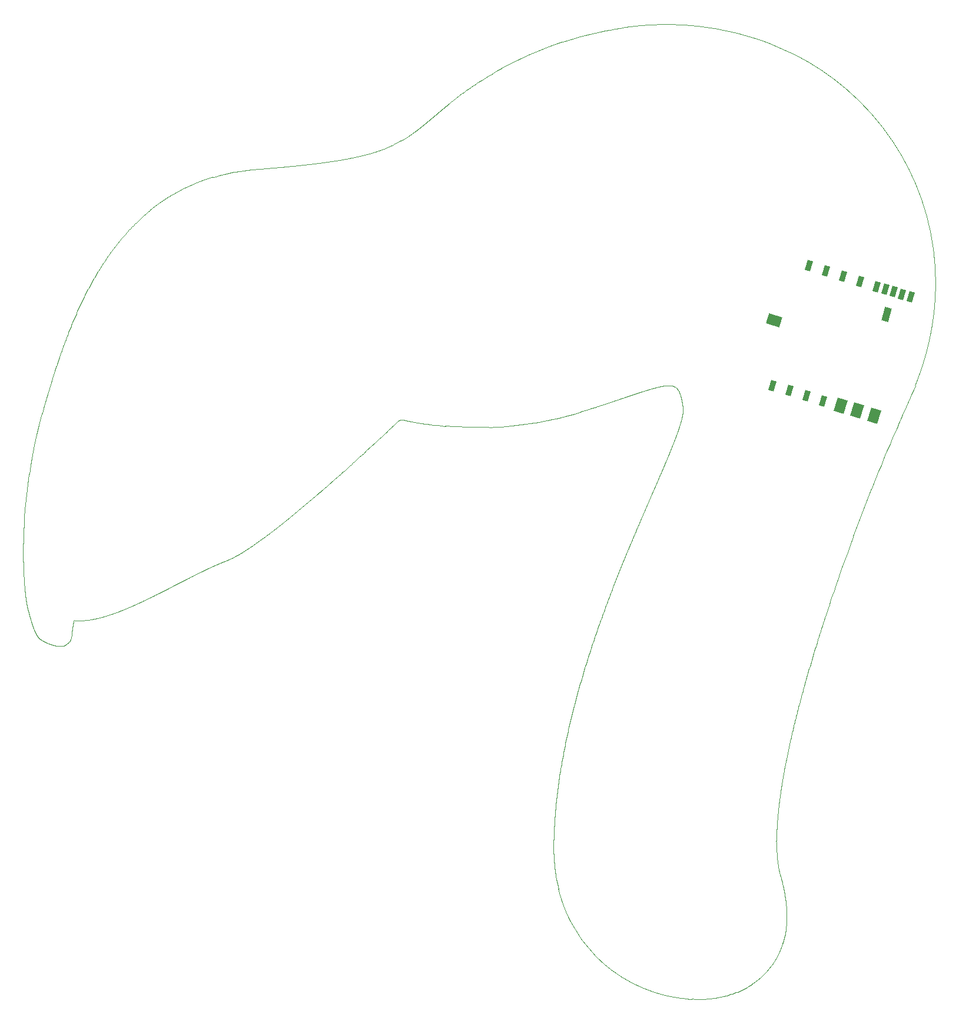
<source format=gtp>
G04*
G04 #@! TF.GenerationSoftware,Altium Limited,Altium Designer,24.6.1 (21)*
G04*
G04 Layer_Color=8421504*
%FSLAX25Y25*%
%MOIN*%
G70*
G04*
G04 #@! TF.SameCoordinates,F1231132-C47A-4D83-8C5A-8FF387E60FE7*
G04*
G04*
G04 #@! TF.FilePolarity,Positive*
G04*
G01*
G75*
%ADD15C,0.00394*%
G04:AMPARAMS|DCode=19|XSize=39.37mil|YSize=78.74mil|CornerRadius=0mil|HoleSize=0mil|Usage=FLASHONLY|Rotation=345.000|XOffset=0mil|YOffset=0mil|HoleType=Round|Shape=Rectangle|*
%AMROTATEDRECTD19*
4,1,4,-0.02920,-0.03293,-0.00882,0.04312,0.02920,0.03293,0.00882,-0.04312,-0.02920,-0.03293,0.0*
%
%ADD19ROTATEDRECTD19*%

G04:AMPARAMS|DCode=20|XSize=78.74mil|YSize=59.06mil|CornerRadius=0mil|HoleSize=0mil|Usage=FLASHONLY|Rotation=163.000|XOffset=0mil|YOffset=0mil|HoleType=Round|Shape=Rectangle|*
%AMROTATEDRECTD20*
4,1,4,0.04628,0.01673,0.02902,-0.03975,-0.04628,-0.01673,-0.02902,0.03975,0.04628,0.01673,0.0*
%
%ADD20ROTATEDRECTD20*%

G04:AMPARAMS|DCode=21|XSize=59.06mil|YSize=31.5mil|CornerRadius=0mil|HoleSize=0mil|Usage=FLASHONLY|Rotation=73.000|XOffset=0mil|YOffset=0mil|HoleType=Round|Shape=Rectangle|*
%AMROTATEDRECTD21*
4,1,4,0.00643,-0.03284,-0.02369,-0.02363,-0.00643,0.03284,0.02369,0.02363,0.00643,-0.03284,0.0*
%
%ADD21ROTATEDRECTD21*%

G04:AMPARAMS|DCode=22|XSize=78.74mil|YSize=59.06mil|CornerRadius=0mil|HoleSize=0mil|Usage=FLASHONLY|Rotation=73.000|XOffset=0mil|YOffset=0mil|HoleType=Round|Shape=Rectangle|*
%AMROTATEDRECTD22*
4,1,4,0.01673,-0.04628,-0.03975,-0.02902,-0.01673,0.04628,0.03975,0.02902,0.01673,-0.04628,0.0*
%
%ADD22ROTATEDRECTD22*%

D15*
X-255109Y173189D02*
G03*
X-255638Y172660I0J-528D01*
G01*
X-45101Y283159D02*
G03*
X-30108Y282443I17760J214594D01*
G01*
D02*
G03*
X-24479Y282445I2753J213889D01*
G01*
Y282445D02*
G03*
X-20366Y282540I-2848J211666D01*
G01*
X84587Y305479D02*
G03*
X84487Y305530I-2368J-4578D01*
G01*
X84686Y305427D02*
G03*
X84587Y305479I-2439J-4472D01*
G01*
X84807Y305358D02*
G03*
X84686Y305427I-2534J-4356D01*
G01*
X85202Y305103D02*
G03*
X84807Y305358I-2893J-4039D01*
G01*
X85400Y304953D02*
G03*
X85202Y305103I-3101J-3902D01*
G01*
X85508Y304866D02*
G03*
X85400Y304953I-3243J-3859D01*
G01*
X85592Y304793D02*
G03*
X85507Y304866I-3362J-3828D01*
G01*
X85674Y304719D02*
G03*
X85592Y304793I-3485J-3800D01*
G01*
X16123Y45327D02*
G03*
X16122Y44351I110923J-534D01*
G01*
X18880Y21184D02*
G03*
X19304Y19531I86389J21256D01*
G01*
X19304Y19531D02*
G03*
X19756Y17899I84987J22649D01*
G01*
X19756D02*
G03*
X20235Y16289I83629J24020D01*
G01*
D02*
G03*
X20828Y14439I82248J25352D01*
G01*
D02*
G03*
X21457Y12619I80772J26908D01*
G01*
D02*
G03*
X22220Y10575I79295J28424D01*
G01*
D02*
G03*
X23132Y8323I77687J30139D01*
G01*
X23132Y8323D02*
G03*
X24210Y5878I75967J32050D01*
G01*
X24210D02*
G03*
X25711Y2792I74091J34127D01*
G01*
X25711D02*
G03*
X40178Y-17135I71084J36393D01*
G01*
X40178D02*
G03*
X44797Y-21429I57234J56927D01*
G01*
X44797Y-21429D02*
G03*
X49097Y-24879I53161J61854D01*
G01*
D02*
G03*
X73149Y-37350I49867J66744D01*
G01*
Y-37350D02*
G03*
X76822Y-38454I25532J78344D01*
G01*
D02*
G03*
X79641Y-39175I21628J78611D01*
G01*
X79641Y-39175D02*
G03*
X82030Y-39704I18607J78481D01*
G01*
Y-39704D02*
G03*
X83985Y-40079I16046J78173D01*
G01*
X83985D02*
G03*
X85721Y-40371I13947J77749D01*
G01*
X85721D02*
G03*
X87455Y-40622I12082J77212D01*
G01*
X87455D02*
G03*
X88969Y-40810I10235J76625D01*
G01*
Y-40810D02*
G03*
X90481Y-40966I8626J75975D01*
G01*
X94347Y-41227D02*
G03*
X95628Y-41269I3026J73085D01*
G01*
X128412Y-32917D02*
G03*
X129206Y-32394I-24390J37933D01*
G01*
Y-32394D02*
G03*
X129988Y-31855I-24881J36960D01*
G01*
X129989D02*
G03*
X130758Y-31301I-25368J36002D01*
G01*
X130758Y-31301D02*
G03*
X131514Y-30730I-25851J35059D01*
G01*
Y-30730D02*
G03*
X132257Y-30144I-26332J34132D01*
G01*
D02*
G03*
X133131Y-29419I-26788J33190D01*
G01*
X133131Y-29419D02*
G03*
X134125Y-28545I-27346J32095D01*
G01*
D02*
G03*
X135227Y-27507I-28012J30859D01*
G01*
X135227D02*
G03*
X136423Y-26291I-28797J29497D01*
G01*
Y-26291D02*
G03*
X140265Y-21549I-29550J27874D01*
G01*
X140265Y-21549D02*
G03*
X141834Y-19101I-33491J23193D01*
G01*
Y-19101D02*
G03*
X142701Y-17563I-35453J20979D01*
G01*
X142701D02*
G03*
X143334Y-16331I-36727J19660D01*
G01*
D02*
G03*
X143848Y-15250I-37785J18637D01*
G01*
Y-15250D02*
G03*
X144256Y-14331I-38726J17752D01*
G01*
D02*
G03*
X144645Y-13397I-39578J17025D01*
G01*
X144645D02*
G03*
X144943Y-12638I-40415J16271D01*
G01*
D02*
G03*
X145228Y-11868I-41149J15678D01*
G01*
X145228Y-11868D02*
G03*
X145500Y-11089I-41909J15080D01*
G01*
Y-11089D02*
G03*
X145760Y-10299I-42695J14474D01*
G01*
D02*
G03*
X146007Y-9499I-43508J13860D01*
G01*
X142339Y48237D02*
G03*
X142339Y47839I122830J-80D01*
G01*
X196084Y247448D02*
G03*
X185735Y220481I1235180J-489509D01*
G01*
X220932Y306135D02*
G03*
X222032Y308936I-156376J63057D01*
G01*
X222032D02*
G03*
X223075Y311737I-155777J59605D01*
G01*
X223075Y311737D02*
G03*
X224061Y314537I-155194J56215D01*
G01*
D02*
G03*
X225072Y317591I-154558J52861D01*
G01*
X225072D02*
G03*
X226016Y320643I-153959J49292D01*
G01*
X226016D02*
G03*
X226963Y323946I-153316J45766D01*
G01*
D02*
G03*
X227897Y327499I-152651J42020D01*
G01*
D02*
G03*
X228799Y331300I-151966J38062D01*
G01*
D02*
G03*
X229649Y335346I-151265J33902D01*
G01*
D02*
G03*
X230428Y339634I-150549J29549D01*
G01*
Y339634D02*
G03*
X231148Y344411I-149780J25003D01*
G01*
D02*
G03*
X231785Y349919I-148933J20016D01*
G01*
X231785Y349919D02*
G03*
X232257Y356143I-148016J14358D01*
G01*
Y356143D02*
G03*
X232476Y363555I-146978J8053D01*
G01*
D02*
G03*
X232175Y373566I-145696J637D01*
G01*
X232175D02*
G03*
X224420Y411781I-143414J-9207D01*
G01*
X224420D02*
G03*
X208300Y444133I-136090J-47621D01*
G01*
D02*
G03*
X181544Y474239I-121302J-80863D01*
G01*
D02*
G03*
X153033Y493281I-95363J-111917D01*
G01*
X153033D02*
G03*
X138017Y499930I-67568J-132322D01*
G01*
X137105Y500271D02*
G03*
X131645Y502191I-57253J-154077D01*
G01*
X131645Y502191D02*
G03*
X107981Y508116I-51023J-153583D01*
G01*
X107981D02*
G03*
X98438Y509462I-27471J-160248D01*
G01*
D02*
G03*
X92283Y510028I-18123J-163320D01*
G01*
X92283Y510028D02*
G03*
X87267Y510318I-12095J-165598D01*
G01*
Y510318D02*
G03*
X82936Y510447I-7153J-167609D01*
G01*
Y510447D02*
G03*
X79064Y510468I-2851J-169452D01*
G01*
Y510468D02*
G03*
X75432Y510407I1031J-171198D01*
G01*
D02*
G03*
X72036Y510281I4710J-172882D01*
G01*
X72036D02*
G03*
X68663Y510090I8190J-174546D01*
G01*
D02*
G03*
X65522Y509854I11684J-176173D01*
G01*
D02*
G03*
X62403Y509563I14979J-177763D01*
G01*
X21440Y500698D02*
G03*
X17845Y499472I65294J-197418D01*
G01*
D02*
G03*
X13787Y498000I69593J-198197D01*
G01*
D02*
G03*
X-10059Y487370I75298J-200971D01*
G01*
X-10059D02*
G03*
X-13434Y485573I98074J-188285D01*
G01*
X-74240Y442558D02*
G03*
X-70126Y444739I-29602J60806D01*
G01*
X-176741Y424061D02*
G03*
X-178580Y423493I30874J-103296D01*
G01*
D02*
G03*
X-180595Y422829I32371J-101654D01*
G01*
Y422829D02*
G03*
X-182777Y422060I34033J-99954D01*
G01*
D02*
G03*
X-185503Y421021I35838J-98153D01*
G01*
D02*
G03*
X-201701Y412867I37754J-95161D01*
G01*
Y412867D02*
G03*
X-204839Y410842I54493J-87881D01*
G01*
D02*
G03*
X-207091Y409287I58230J-86751D01*
G01*
X-207091D02*
G03*
X-208981Y407913I61106J-86074D01*
G01*
Y407913D02*
G03*
X-210683Y406621I63664J-85598D01*
G01*
X-210683D02*
G03*
X-212203Y405421I66073J-85221D01*
G01*
X-280785Y256060D02*
G03*
X-283147Y235874I304201J-45816D01*
G01*
D02*
G03*
X-283558Y230361I304871J-25499D01*
G01*
X-284190Y211660D02*
G03*
X-284189Y210761I269781J-277D01*
G01*
X-274493Y162503D02*
G03*
X-274384Y162416I4827J5947D01*
G01*
Y162416D02*
G03*
X-274251Y162314I4667J5969D01*
G01*
D02*
G03*
X-273273Y161696I4437J5936D01*
G01*
X-260283Y159120D02*
G03*
X-260193Y159161I-2264J5082D01*
G01*
X-260193Y159161D02*
G03*
X-260104Y159203I-2327J4983D01*
G01*
D02*
G03*
X-260016Y159247I-2390J4888D01*
G01*
D02*
G03*
X-259912Y159302I-2452J4793D01*
G01*
X-259911Y159302D02*
G03*
X-259791Y159369I-2528J4685D01*
G01*
D02*
G03*
X-259655Y159450I-2620J4567D01*
G01*
D02*
G03*
X-258962Y159960I-2704J4403D01*
G01*
D02*
G03*
X-258795Y160111I-3423J3924D01*
G01*
Y160111D02*
G03*
X-258677Y160227I-3629J3814D01*
G01*
X-258677D02*
G03*
X-258591Y160317I-3787J3738D01*
G01*
D02*
G03*
X-258505Y160410I-3917J3688D01*
G01*
Y160410D02*
G03*
X-258435Y160489I-4048J3637D01*
G01*
D02*
G03*
X-258366Y160571I-4166J3599D01*
G01*
X-68880Y286548D02*
X-67803Y286372D01*
X-69901Y286636D02*
X-68880Y286548D01*
X-70600Y286550D02*
X-69901Y286636D01*
X-71272Y286346D02*
X-70600Y286550D01*
X-71892Y286015D02*
X-71272Y286346D01*
X-72742Y285273D02*
X-71892Y286015D01*
X-74109Y283971D02*
X-72742Y285273D01*
X-255638Y172654D02*
Y172660D01*
X-66259Y447130D02*
X-64115Y448597D01*
X-255109Y173189D02*
X-254901Y173171D01*
X-254692Y173154D01*
X-254482Y173139D01*
X-254272Y173126D01*
X-254061Y173114D01*
X-253919Y173107D01*
X-253778Y173101D01*
X-253636Y173095D01*
X-253493Y173090D01*
X-253351Y173085D01*
X-253208Y173082D01*
X-253064Y173079D01*
X-252921Y173076D01*
X-252777Y173074D01*
X-252632Y173073D01*
X-252487Y173073D01*
X-252342Y173073D01*
X-252197Y173074D01*
X-252051Y173075D01*
X-251905Y173077D01*
X-251759Y173080D01*
X-251612Y173083D01*
X-251465Y173088D01*
X-251318Y173092D01*
X-251170Y173098D01*
X-251022Y173103D01*
X-250874Y173110D01*
X-250725Y173117D01*
X-250576Y173125D01*
X-250427Y173133D01*
X-250277Y173142D01*
X-250127Y173152D01*
X-249977Y173162D01*
X-249827Y173173D01*
X-249676Y173185D01*
X-249524Y173197D01*
X-249373Y173210D01*
X-249221Y173223D01*
X-249069Y173237D01*
X-248917Y173251D01*
X-248764Y173266D01*
X-248611Y173282D01*
X-248458Y173298D01*
X-248304Y173315D01*
X-248150Y173333D01*
X-247996Y173351D01*
X-247842Y173369D01*
X-247687Y173389D01*
X-247532Y173408D01*
X-247377Y173429D01*
X-247221Y173450D01*
X-247065Y173471D01*
X-246909Y173493D01*
X-246752Y173516D01*
X-246596Y173539D01*
X-246439Y173563D01*
X-246281Y173587D01*
X-246124Y173612D01*
X-245966Y173638D01*
X-245808Y173664D01*
X-245649Y173690D01*
X-245490Y173717D01*
X-245331Y173745D01*
X-245172Y173773D01*
X-245013Y173802D01*
X-244853Y173831D01*
X-244693Y173861D01*
X-244532Y173892D01*
X-244372Y173923D01*
X-244211Y173954D01*
X-244050Y173986D01*
X-243888Y174018D01*
X-243727Y174051D01*
X-243565Y174085D01*
X-243403Y174119D01*
X-243240Y174154D01*
X-243078Y174189D01*
X-242915Y174224D01*
X-242752Y174260D01*
X-242588Y174297D01*
X-242425Y174334D01*
X-242261Y174372D01*
X-242096Y174410D01*
X-241932Y174449D01*
X-241768Y174488D01*
X-241603Y174528D01*
X-241438Y174568D01*
X-241272Y174608D01*
X-241107Y174650D01*
X-240941Y174691D01*
X-240775Y174733D01*
X-240608Y174776D01*
X-240442Y174819D01*
X-240275Y174862D01*
X-240108Y174906D01*
X-239941Y174951D01*
X-239773Y174996D01*
X-239606Y175041D01*
X-239438Y175087D01*
X-239270Y175134D01*
X-239101Y175180D01*
X-238933Y175228D01*
X-238764Y175276D01*
X-238595Y175324D01*
X-238426Y175372D01*
X-238256Y175422D01*
X-238087Y175471D01*
X-237917Y175521D01*
X-237747Y175572D01*
X-237576Y175622D01*
X-237406Y175674D01*
X-237235Y175726D01*
X-237064Y175778D01*
X-236893Y175830D01*
X-236722Y175884D01*
X-236550Y175937D01*
X-236379Y175991D01*
X-236207Y176046D01*
X-236035Y176100D01*
X-235862Y176155D01*
X-235690Y176211D01*
X-235517Y176267D01*
X-235344Y176324D01*
X-235171Y176381D01*
X-234998Y176438D01*
X-234824Y176496D01*
X-234651Y176554D01*
X-234477Y176612D01*
X-234303Y176671D01*
X-234129Y176730D01*
X-233954Y176790D01*
X-233780Y176850D01*
X-233605Y176911D01*
X-233430Y176972D01*
X-233255Y177033D01*
X-233080Y177094D01*
X-232904Y177157D01*
X-232729Y177219D01*
X-232553Y177282D01*
X-232377Y177345D01*
X-232201Y177409D01*
X-232025Y177472D01*
X-231848Y177537D01*
X-231672Y177602D01*
X-231495Y177666D01*
X-231318Y177732D01*
X-231141Y177798D01*
X-230964Y177864D01*
X-230786Y177930D01*
X-230609Y177997D01*
X-230431Y178064D01*
X-230253Y178132D01*
X-230075Y178200D01*
X-229897Y178268D01*
X-229719Y178337D01*
X-229540Y178405D01*
X-229362Y178475D01*
X-229183Y178544D01*
X-229004Y178614D01*
X-228825Y178684D01*
X-228646Y178755D01*
X-228466Y178826D01*
X-228287Y178897D01*
X-228107Y178969D01*
X-227927Y179041D01*
X-227748Y179113D01*
X-227568Y179185D01*
X-227387Y179258D01*
X-227207Y179331D01*
X-227027Y179405D01*
X-226846Y179479D01*
X-226666Y179553D01*
X-226485Y179627D01*
X-226304Y179702D01*
X-226123Y179777D01*
X-225942Y179852D01*
X-225761Y179928D01*
X-225579Y180004D01*
X-225398Y180080D01*
X-225216Y180156D01*
X-225034Y180233D01*
X-224852Y180310D01*
X-224671Y180387D01*
X-224488Y180465D01*
X-224306Y180543D01*
X-224124Y180621D01*
X-223942Y180699D01*
X-223759Y180778D01*
X-223577Y180857D01*
X-223394Y180936D01*
X-223211Y181016D01*
X-223028Y181095D01*
X-222845Y181175D01*
X-222662Y181256D01*
X-222479Y181336D01*
X-222296Y181417D01*
X-222112Y181498D01*
X-221929Y181579D01*
X-221745Y181661D01*
X-221562Y181742D01*
X-221378Y181824D01*
X-221194Y181907D01*
X-221010Y181989D01*
X-220826Y182072D01*
X-220642Y182155D01*
X-220458Y182238D01*
X-220274Y182321D01*
X-220090Y182405D01*
X-219905Y182489D01*
X-219721Y182573D01*
X-219536Y182657D01*
X-219352Y182742D01*
X-219167Y182826D01*
X-218982Y182911D01*
X-218798Y182996D01*
X-218613Y183082D01*
X-218428Y183168D01*
X-218243Y183253D01*
X-218058Y183339D01*
X-217873Y183425D01*
X-217687Y183512D01*
X-217502Y183598D01*
X-217317Y183685D01*
X-217131Y183772D01*
X-216946Y183859D01*
X-216761Y183947D01*
X-216575Y184034D01*
X-216390Y184122D01*
X-216204Y184210D01*
X-216018Y184298D01*
X-215833Y184386D01*
X-215647Y184474D01*
X-215461Y184563D01*
X-215275Y184652D01*
X-215089Y184740D01*
X-214903Y184829D01*
X-214717Y184919D01*
X-214531Y185008D01*
X-214345Y185098D01*
X-214159Y185187D01*
X-213973Y185277D01*
X-213787Y185367D01*
X-213601Y185457D01*
X-213415Y185548D01*
X-213228Y185638D01*
X-213042Y185729D01*
X-212856Y185819D01*
X-212670Y185910D01*
X-212483Y186001D01*
X-212297Y186092D01*
X-212110Y186184D01*
X-211924Y186275D01*
X-211738Y186367D01*
X-211551Y186458D01*
X-211365Y186550D01*
X-211178Y186642D01*
X-210992Y186734D01*
X-210806Y186826D01*
X-210619Y186918D01*
X-210433Y187011D01*
X-210246Y187103D01*
X-210059Y187196D01*
X-209873Y187288D01*
X-209686Y187381D01*
X-209500Y187474D01*
X-209314Y187567D01*
X-209127Y187660D01*
X-208941Y187753D01*
X-208754Y187847D01*
X-208568Y187940D01*
X-208381Y188033D01*
X-208195Y188127D01*
X-208008Y188221D01*
X-207822Y188314D01*
X-207635Y188408D01*
X-207449Y188502D01*
X-207262Y188596D01*
X-207076Y188690D01*
X-206983Y188737D01*
X-206890Y188784D01*
X-206796Y188831D01*
X-206703Y188878D01*
X-206610Y188925D01*
X-206517Y188972D01*
X-206424Y189019D01*
X-206330Y189066D01*
X-206237Y189113D01*
X-206144Y189161D01*
X-206051Y189208D01*
X-205958Y189255D01*
X-205865Y189302D01*
X-205772Y189349D01*
X-205679Y189397D01*
X-205586Y189444D01*
X-205492Y189491D01*
X-205399Y189538D01*
X-205306Y189585D01*
X-205213Y189633D01*
X-205120Y189680D01*
X-205027Y189727D01*
X-204934Y189775D01*
X-204841Y189822D01*
X-204748Y189869D01*
X-204655Y189917D01*
X-204562Y189964D01*
X-204469Y190012D01*
X-204376Y190059D01*
X-204283Y190106D01*
X-204190Y190154D01*
X-204097Y190201D01*
X-204004Y190249D01*
X-203911Y190296D01*
X-203818Y190343D01*
X-203725Y190391D01*
X-203632Y190438D01*
X-203539Y190486D01*
X-203446Y190533D01*
X-203353Y190581D01*
X-203260Y190628D01*
X-203168Y190676D01*
X-203075Y190723D01*
X-202982Y190771D01*
X-202889Y190818D01*
X-202796Y190866D01*
X-202703Y190913D01*
X-202611Y190961D01*
X-202518Y191008D01*
X-202425Y191056D01*
X-202332Y191103D01*
X-202240Y191151D01*
X-202147Y191198D01*
X-202054Y191246D01*
X-201961Y191293D01*
X-201869Y191341D01*
X-201776Y191388D01*
X-201683Y191436D01*
X-201591Y191483D01*
X-201498Y191531D01*
X-201406Y191579D01*
X-201313Y191626D01*
X-201220Y191674D01*
X-201128Y191721D01*
X-201035Y191769D01*
X-200943Y191816D01*
X-200850Y191864D01*
X-200758Y191911D01*
X-200665Y191959D01*
X-200573Y192007D01*
X-200480Y192054D01*
X-200388Y192102D01*
X-200295Y192149D01*
X-200203Y192197D01*
X-200110Y192244D01*
X-200018Y192292D01*
X-199926Y192339D01*
X-199833Y192387D01*
X-199741Y192434D01*
X-199649Y192482D01*
X-199556Y192529D01*
X-199464Y192577D01*
X-199372Y192624D01*
X-199279Y192672D01*
X-199187Y192719D01*
X-199095Y192767D01*
X-199003Y192814D01*
X-198911Y192861D01*
X-198819Y192909D01*
X-198726Y192956D01*
X-198634Y193004D01*
X-198542Y193051D01*
X-198450Y193099D01*
X-198358Y193146D01*
X-198266Y193193D01*
X-198174Y193241D01*
X-198082Y193288D01*
X-197990Y193336D01*
X-197898Y193383D01*
X-197806Y193430D01*
X-197714Y193478D01*
X-197623Y193525D01*
X-197531Y193572D01*
X-197439Y193620D01*
X-197347Y193667D01*
X-197255Y193714D01*
X-197163Y193762D01*
X-197072Y193809D01*
X-196980Y193856D01*
X-196888Y193903D01*
X-196797Y193950D01*
X-196705Y193998D01*
X-196613Y194045D01*
X-196522Y194092D01*
X-196430Y194139D01*
X-196338Y194186D01*
X-196247Y194234D01*
X-196155Y194281D01*
X-196064Y194328D01*
X-195972Y194375D01*
X-195881Y194422D01*
X-195790Y194469D01*
X-195698Y194516D01*
X-195607Y194563D01*
X-195515Y194610D01*
X-195424Y194657D01*
X-195333Y194704D01*
X-195241Y194751D01*
X-195150Y194798D01*
X-195059Y194845D01*
X-194968Y194892D01*
X-194877Y194939D01*
X-194785Y194986D01*
X-194694Y195032D01*
X-194603Y195079D01*
X-194512Y195126D01*
X-194421Y195173D01*
X-194330Y195220D01*
X-194239Y195266D01*
X-194148Y195313D01*
X-194057Y195360D01*
X-193966Y195406D01*
X-193876Y195453D01*
X-193785Y195500D01*
X-193694Y195546D01*
X-193603Y195593D01*
X-193512Y195640D01*
X-193422Y195686D01*
X-193331Y195732D01*
X-193240Y195779D01*
X-193150Y195826D01*
X-193059Y195872D01*
X-192969Y195918D01*
X-192878Y195965D01*
X-192788Y196011D01*
X-192697Y196057D01*
X-192607Y196104D01*
X-192516Y196150D01*
X-192426Y196196D01*
X-192335Y196243D01*
X-192245Y196289D01*
X-192155Y196335D01*
X-192064Y196381D01*
X-191974Y196427D01*
X-191884Y196473D01*
X-191794Y196519D01*
X-191704Y196565D01*
X-191614Y196611D01*
X-191524Y196658D01*
X-191434Y196704D01*
X-191344Y196749D01*
X-191254Y196795D01*
X-191164Y196841D01*
X-191074Y196887D01*
X-190984Y196933D01*
X-190894Y196979D01*
X-190804Y197024D01*
X-190715Y197070D01*
X-190625Y197116D01*
X-190535Y197161D01*
X-190445Y197207D01*
X-190356Y197253D01*
X-190266Y197298D01*
X-190177Y197344D01*
X-190087Y197389D01*
X-189997Y197434D01*
X-189908Y197480D01*
X-189819Y197525D01*
X-189729Y197571D01*
X-189640Y197616D01*
X-189551Y197661D01*
X-189461Y197706D01*
X-189372Y197752D01*
X-189283Y197797D01*
X-189194Y197842D01*
X-189105Y197887D01*
X-189015Y197932D01*
X-188926Y197977D01*
X-188837Y198022D01*
X-188749Y198067D01*
X-188660Y198112D01*
X-188571Y198157D01*
X-188482Y198202D01*
X-188393Y198247D01*
X-188304Y198291D01*
X-188215Y198336D01*
X-188127Y198381D01*
X-188038Y198425D01*
X-187949Y198470D01*
X-187861Y198514D01*
X-187772Y198559D01*
X-187684Y198603D01*
X-187595Y198648D01*
X-187507Y198692D01*
X-187418Y198737D01*
X-187330Y198781D01*
X-187242Y198825D01*
X-187153Y198869D01*
X-187065Y198913D01*
X-186977Y198958D01*
X-186801Y199046D01*
X-186625Y199134D01*
X-186449Y199221D01*
X-186273Y199309D01*
X-186098Y199396D01*
X-185922Y199484D01*
X-185747Y199571D01*
X-185572Y199657D01*
X-185397Y199744D01*
X-185222Y199831D01*
X-185048Y199917D01*
X-184873Y200003D01*
X-184699Y200089D01*
X-184525Y200174D01*
X-184352Y200260D01*
X-184178Y200345D01*
X-184004Y200430D01*
X-183831Y200515D01*
X-183658Y200600D01*
X-183485Y200684D01*
X-183313Y200768D01*
X-183140Y200852D01*
X-182968Y200936D01*
X-182796Y201019D01*
X-182624Y201103D01*
X-182452Y201186D01*
X-182281Y201268D01*
X-182110Y201351D01*
X-181939Y201433D01*
X-181768Y201516D01*
X-181597Y201597D01*
X-181427Y201679D01*
X-181256Y201760D01*
X-181086Y201841D01*
X-180916Y201922D01*
X-180747Y202003D01*
X-180577Y202083D01*
X-180408Y202163D01*
X-180239Y202243D01*
X-180070Y202323D01*
X-179902Y202402D01*
X-179734Y202481D01*
X-179566Y202560D01*
X-179398Y202639D01*
X-179230Y202717D01*
X-179063Y202795D01*
X-178895Y202872D01*
X-178728Y202950D01*
X-178562Y203027D01*
X-178395Y203104D01*
X-178229Y203181D01*
X-178063Y203257D01*
X-177897Y203333D01*
X-177732Y203408D01*
X-177566Y203484D01*
X-177401Y203559D01*
X-177236Y203634D01*
X-177072Y203708D01*
X-176907Y203783D01*
X-176743Y203856D01*
X-176579Y203930D01*
X-176416Y204003D01*
X-176252Y204076D01*
X-176089Y204149D01*
X-175926Y204221D01*
X-175764Y204293D01*
X-175601Y204365D01*
X-175439Y204436D01*
X-175277Y204507D01*
X-175116Y204578D01*
X-174954Y204649D01*
X-174794Y204719D01*
X-174633Y204788D01*
X-174472Y204858D01*
X-174312Y204927D01*
X-174152Y204996D01*
X-173992Y205064D01*
X-173833Y205132D01*
X-173673Y205200D01*
X-173514Y205267D01*
X-173356Y205334D01*
X-173197Y205401D01*
X-173039Y205467D01*
X-172881Y205533D01*
X-172724Y205598D01*
X-172567Y205664D01*
X-172409Y205728D01*
X-172253Y205793D01*
X-172096Y205857D01*
X-171940Y205921D01*
X-171784Y205984D01*
X-171629Y206047D01*
X-171474Y206110D01*
X-171318Y206172D01*
X-171164Y206234D01*
X-171009Y206295D01*
X-170855Y206356D01*
X-170702Y206417D01*
X-170548Y206477D01*
X-170395Y206537D01*
X-170242Y206596D01*
X-170089Y206656D01*
X-169937Y206714D01*
X-169785Y206772D01*
X-169633Y206830D01*
X-169406Y206916D01*
X-169330Y206945D01*
X-169254Y206974D01*
X-169178Y207004D01*
X-169102Y207033D01*
X-169025Y207064D01*
X-168948Y207094D01*
X-168870Y207125D01*
X-168792Y207156D01*
X-168714Y207188D01*
X-168636Y207220D01*
X-168558Y207252D01*
X-168479Y207285D01*
X-168400Y207318D01*
X-168320Y207351D01*
X-168241Y207385D01*
X-168161Y207419D01*
X-168080Y207454D01*
X-168000Y207489D01*
X-167919Y207524D01*
X-167838Y207559D01*
X-167757Y207595D01*
X-167675Y207631D01*
X-167593Y207668D01*
X-167511Y207705D01*
X-167429Y207742D01*
X-167346Y207780D01*
X-167263Y207818D01*
X-167180Y207856D01*
X-167096Y207895D01*
X-167013Y207934D01*
X-166929Y207973D01*
X-166844Y208013D01*
X-166760Y208053D01*
X-166675Y208093D01*
X-166590Y208134D01*
X-166505Y208175D01*
X-166419Y208216D01*
X-166333Y208258D01*
X-166247Y208300D01*
X-166161Y208343D01*
X-166074Y208385D01*
X-165987Y208428D01*
X-165900Y208472D01*
X-165812Y208516D01*
X-165725Y208560D01*
X-165637Y208604D01*
X-165549Y208649D01*
X-165460Y208694D01*
X-165371Y208739D01*
X-165282Y208785D01*
X-165193Y208831D01*
X-165104Y208877D01*
X-165014Y208924D01*
X-164924Y208971D01*
X-164834Y209018D01*
X-164743Y209066D01*
X-164653Y209114D01*
X-164562Y209162D01*
X-164470Y209211D01*
X-164379Y209260D01*
X-164287Y209309D01*
X-164195Y209359D01*
X-164103Y209409D01*
X-164011Y209459D01*
X-163918Y209509D01*
X-163825Y209560D01*
X-163732Y209612D01*
X-163638Y209663D01*
X-163545Y209715D01*
X-163451Y209767D01*
X-163357Y209819D01*
X-163262Y209872D01*
X-163168Y209925D01*
X-163073Y209979D01*
X-162978Y210032D01*
X-162883Y210086D01*
X-162787Y210140D01*
X-162691Y210195D01*
X-162595Y210250D01*
X-162499Y210305D01*
X-162403Y210361D01*
X-162306Y210416D01*
X-162209Y210472D01*
X-162112Y210529D01*
X-162015Y210586D01*
X-161917Y210643D01*
X-161819Y210700D01*
X-161721Y210757D01*
X-161623Y210815D01*
X-161524Y210874D01*
X-161426Y210932D01*
X-161327Y210991D01*
X-161227Y211050D01*
X-161128Y211109D01*
X-161028Y211169D01*
X-160929Y211229D01*
X-160828Y211289D01*
X-160728Y211350D01*
X-160628Y211411D01*
X-160527Y211472D01*
X-160426Y211533D01*
X-160325Y211595D01*
X-160224Y211657D01*
X-160122Y211719D01*
X-160020Y211782D01*
X-159918Y211844D01*
X-159816Y211908D01*
X-159714Y211971D01*
X-159611Y212035D01*
X-159508Y212099D01*
X-159405Y212163D01*
X-159302Y212227D01*
X-159198Y212292D01*
X-159095Y212357D01*
X-158991Y212422D01*
X-158887Y212488D01*
X-158783Y212554D01*
X-158678Y212620D01*
X-158469Y212753D01*
X-158258Y212888D01*
X-158047Y213023D01*
X-157835Y213159D01*
X-157622Y213297D01*
X-157409Y213435D01*
X-157194Y213575D01*
X-156979Y213716D01*
X-156763Y213857D01*
X-156547Y214000D01*
X-156329Y214144D01*
X-156111Y214289D01*
X-155893Y214434D01*
X-155673Y214581D01*
X-155453Y214729D01*
X-155231Y214878D01*
X-155010Y215028D01*
X-154787Y215178D01*
X-154564Y215330D01*
X-154340Y215483D01*
X-154115Y215637D01*
X-153890Y215791D01*
X-153664Y215947D01*
X-153438Y216104D01*
X-153210Y216261D01*
X-152982Y216420D01*
X-152754Y216579D01*
X-152524Y216739D01*
X-152295Y216900D01*
X-152064Y217063D01*
X-151833Y217226D01*
X-151601Y217390D01*
X-151368Y217554D01*
X-151135Y217720D01*
X-150901Y217887D01*
X-150667Y218054D01*
X-150432Y218223D01*
X-150197Y218392D01*
X-149961Y218562D01*
X-149724Y218733D01*
X-149487Y218905D01*
X-149249Y219077D01*
X-149010Y219250D01*
X-148771Y219425D01*
X-148532Y219600D01*
X-148292Y219776D01*
X-148051Y219952D01*
X-147810Y220130D01*
X-147568Y220308D01*
X-147326Y220487D01*
X-147083Y220667D01*
X-146840Y220847D01*
X-146596Y221029D01*
X-146352Y221211D01*
X-146107Y221394D01*
X-145862Y221577D01*
X-145616Y221762D01*
X-145370Y221947D01*
X-145123Y222132D01*
X-144876Y222319D01*
X-144629Y222506D01*
X-144380Y222694D01*
X-144132Y222883D01*
X-143883Y223072D01*
X-143634Y223262D01*
X-143384Y223453D01*
X-143133Y223644D01*
X-142883Y223836D01*
X-142632Y224029D01*
X-142380Y224222D01*
X-142128Y224416D01*
X-141876Y224611D01*
X-141623Y224806D01*
X-141370Y225003D01*
X-141117Y225199D01*
X-140863Y225396D01*
X-140609Y225594D01*
X-140354Y225793D01*
X-140099Y225992D01*
X-139844Y226191D01*
X-139588Y226391D01*
X-139332Y226592D01*
X-139076Y226793D01*
X-138819Y226995D01*
X-138562Y227198D01*
X-138305Y227401D01*
X-138047Y227605D01*
X-137789Y227809D01*
X-137531Y228013D01*
X-137273Y228219D01*
X-137014Y228424D01*
X-136755Y228630D01*
X-136496Y228837D01*
X-136236Y229045D01*
X-135976Y229252D01*
X-135716Y229461D01*
X-135456Y229669D01*
X-135195Y229878D01*
X-134934Y230088D01*
X-134673Y230298D01*
X-134412Y230509D01*
X-134150Y230720D01*
X-133757Y231037D01*
X-133364Y231356D01*
X-132971Y231675D01*
X-132577Y231996D01*
X-132182Y232317D01*
X-131787Y232639D01*
X-131392Y232962D01*
X-130996Y233286D01*
X-130601Y233611D01*
X-130204Y233937D01*
X-129808Y234263D01*
X-129411Y234590D01*
X-129014Y234918D01*
X-128617Y235247D01*
X-128219Y235576D01*
X-127822Y235906D01*
X-127424Y236237D01*
X-127026Y236568D01*
X-126627Y236900D01*
X-126229Y237233D01*
X-125831Y237566D01*
X-125432Y237900D01*
X-125034Y238234D01*
X-124635Y238569D01*
X-124237Y238904D01*
X-123838Y239240D01*
X-123440Y239576D01*
X-123041Y239913D01*
X-122643Y240250D01*
X-122245Y240587D01*
X-121846Y240925D01*
X-121448Y241263D01*
X-121050Y241602D01*
X-120653Y241941D01*
X-120255Y242280D01*
X-119858Y242619D01*
X-119460Y242959D01*
X-119063Y243299D01*
X-118667Y243639D01*
X-118270Y243979D01*
X-117874Y244319D01*
X-117347Y244773D01*
X-116820Y245228D01*
X-116293Y245682D01*
X-115768Y246136D01*
X-115243Y246591D01*
X-114719Y247045D01*
X-114195Y247499D01*
X-113673Y247954D01*
X-113152Y248408D01*
X-112631Y248862D01*
X-112112Y249315D01*
X-111593Y249769D01*
X-111076Y250222D01*
X-110560Y250674D01*
X-110045Y251126D01*
X-109532Y251578D01*
X-109019Y252029D01*
X-108509Y252479D01*
X-107872Y253041D01*
X-107238Y253602D01*
X-106606Y254162D01*
X-105976Y254720D01*
X-105350Y255276D01*
X-104725Y255832D01*
X-104104Y256385D01*
X-103485Y256937D01*
X-102869Y257487D01*
X-102135Y258145D01*
X-101404Y258799D01*
X-100679Y259451D01*
X-99958Y260099D01*
X-99242Y260743D01*
X-98413Y261491D01*
X-97592Y262233D01*
X-96777Y262969D01*
X-95857Y263804D01*
X-94833Y264734D01*
X-93824Y265653D01*
X-92719Y266661D01*
X-91417Y267851D01*
X-89830Y269307D01*
X-84604Y274131D01*
X-82542Y276048D01*
X-81437Y277079D01*
X-80617Y277845D01*
X-79982Y278440D01*
X-79440Y278947D01*
X-78913Y279442D01*
X-78472Y279856D01*
X-78042Y280260D01*
X-77692Y280589D01*
X-77349Y280911D01*
X-77015Y281227D01*
X-76753Y281474D01*
X-76495Y281716D01*
X-76243Y281954D01*
X-75996Y282188D01*
X-75754Y282416D01*
X-75577Y282584D01*
X-75402Y282750D01*
X-75230Y282912D01*
X-75061Y283072D01*
X-74895Y283229D01*
X-74732Y283383D01*
X-74572Y283535D01*
X-74415Y283684D01*
X-74261Y283829D01*
X-74111Y283972D01*
X-67803Y286372D02*
X-67721Y286355D01*
X-67598Y286329D01*
X-67472Y286303D01*
X-67344Y286276D01*
X-67213Y286249D01*
X-67081Y286222D01*
X-66946Y286194D01*
X-66808Y286166D01*
X-66669Y286138D01*
X-66528Y286109D01*
X-66384Y286080D01*
X-66238Y286051D01*
X-66090Y286022D01*
X-65939Y285992D01*
X-65787Y285962D01*
X-65632Y285932D01*
X-65475Y285902D01*
X-65263Y285861D01*
X-65046Y285819D01*
X-64826Y285778D01*
X-64602Y285736D01*
X-64375Y285693D01*
X-64143Y285650D01*
X-63908Y285607D01*
X-63669Y285564D01*
X-63427Y285520D01*
X-63180Y285476D01*
X-62867Y285421D01*
X-62549Y285365D01*
X-62224Y285309D01*
X-61894Y285253D01*
X-61559Y285196D01*
X-61218Y285139D01*
X-60801Y285070D01*
X-60377Y285002D01*
X-59944Y284933D01*
X-59504Y284863D01*
X-58981Y284783D01*
X-58448Y284702D01*
X-57904Y284621D01*
X-57270Y284529D01*
X-56622Y284437D01*
X-55878Y284334D01*
X-55118Y284232D01*
X-54254Y284120D01*
X-53281Y283998D01*
X-52193Y283868D01*
X-50888Y283719D01*
X-49353Y283554D01*
X-47569Y283378D01*
X-45101Y283159D01*
X-20366Y282540D02*
X-16828Y282686D01*
X-13637Y282870D01*
X-10675Y283085D01*
X-7813Y283334D01*
X-5060Y283612D01*
X-2422Y283915D01*
X243Y284257D01*
X2783Y284618D01*
X5345Y285017D01*
X7926Y285454D01*
X10373Y285903D01*
X12836Y286389D01*
X15313Y286913D01*
X17804Y287475D01*
X20307Y288078D01*
X22821Y288721D01*
X25345Y289406D01*
X28037Y290181D01*
X30897Y291057D01*
X32473Y291555D01*
X33866Y291998D01*
X35083Y292387D01*
X36133Y292724D01*
X37022Y293010D01*
X37754Y293246D01*
X38479Y293480D01*
X39054Y293667D01*
X39625Y293852D01*
X40190Y294036D01*
X40751Y294219D01*
X41169Y294355D01*
X41585Y294491D01*
X41997Y294626D01*
X42408Y294760D01*
X42815Y294894D01*
X43221Y295027D01*
X43623Y295159D01*
X43890Y295247D01*
X44156Y295334D01*
X44421Y295422D01*
X44685Y295509D01*
X44948Y295595D01*
X45209Y295682D01*
X45470Y295768D01*
X45729Y295853D01*
X45988Y295939D01*
X46245Y296024D01*
X46501Y296109D01*
X46756Y296193D01*
X47010Y296277D01*
X47263Y296361D01*
X47515Y296445D01*
X47765Y296528D01*
X48015Y296611D01*
X48140Y296653D01*
X48264Y296694D01*
X48388Y296735D01*
X48511Y296776D01*
X48635Y296817D01*
X48758Y296858D01*
X48881Y296899D01*
X49003Y296940D01*
X49125Y296981D01*
X49248Y297022D01*
X49369Y297062D01*
X49491Y297103D01*
X49612Y297143D01*
X49733Y297183D01*
X49854Y297224D01*
X49974Y297264D01*
X50094Y297304D01*
X50214Y297344D01*
X50334Y297384D01*
X50454Y297424D01*
X50573Y297464D01*
X50692Y297503D01*
X50810Y297543D01*
X50929Y297583D01*
X51047Y297622D01*
X51165Y297661D01*
X51282Y297701D01*
X51400Y297740D01*
X51517Y297779D01*
X51634Y297818D01*
X51750Y297857D01*
X51867Y297896D01*
X51982Y297935D01*
X52098Y297974D01*
X52214Y298013D01*
X52329Y298051D01*
X52444Y298090D01*
X52559Y298128D01*
X52674Y298167D01*
X52788Y298205D01*
X52902Y298243D01*
X53016Y298281D01*
X53129Y298319D01*
X53242Y298357D01*
X53355Y298395D01*
X53468Y298433D01*
X53581Y298471D01*
X53693Y298508D01*
X53805Y298546D01*
X53917Y298583D01*
X54028Y298621D01*
X54139Y298658D01*
X54250Y298695D01*
X54361Y298732D01*
X54471Y298769D01*
X54582Y298806D01*
X54692Y298843D01*
X54801Y298880D01*
X54911Y298917D01*
X55020Y298954D01*
X55129Y298990D01*
X55238Y299027D01*
X55346Y299063D01*
X55455Y299099D01*
X55563Y299136D01*
X55670Y299172D01*
X55778Y299208D01*
X55885Y299244D01*
X55992Y299280D01*
X56099Y299316D01*
X56205Y299351D01*
X56312Y299387D01*
X56418Y299423D01*
X56524Y299458D01*
X56629Y299493D01*
X56734Y299529D01*
X56839Y299564D01*
X56944Y299599D01*
X57049Y299634D01*
X57153Y299669D01*
X57257Y299704D01*
X57361Y299739D01*
X57465Y299774D01*
X57568Y299808D01*
X57671Y299843D01*
X57774Y299877D01*
X57877Y299912D01*
X57979Y299946D01*
X58081Y299980D01*
X58183Y300014D01*
X58285Y300049D01*
X58386Y300083D01*
X58487Y300116D01*
X58588Y300150D01*
X58689Y300184D01*
X58790Y300218D01*
X58890Y300251D01*
X58990Y300285D01*
X59090Y300318D01*
X59189Y300351D01*
X59288Y300384D01*
X59387Y300418D01*
X59486Y300451D01*
X59585Y300484D01*
X59683Y300517D01*
X59781Y300549D01*
X59879Y300582D01*
X59977Y300615D01*
X60074Y300647D01*
X60172Y300680D01*
X60269Y300712D01*
X60365Y300744D01*
X60462Y300776D01*
X60558Y300809D01*
X60654Y300840D01*
X60750Y300872D01*
X60845Y300904D01*
X60941Y300936D01*
X61036Y300968D01*
X61131Y300999D01*
X61225Y301031D01*
X61320Y301062D01*
X61414Y301093D01*
X61508Y301125D01*
X61602Y301156D01*
X61695Y301187D01*
X61788Y301218D01*
X61882Y301249D01*
X61974Y301279D01*
X62067Y301310D01*
X62159Y301341D01*
X62251Y301371D01*
X62343Y301402D01*
X62435Y301432D01*
X62527Y301462D01*
X62618Y301492D01*
X62709Y301522D01*
X62800Y301552D01*
X62890Y301582D01*
X62980Y301612D01*
X63070Y301642D01*
X63160Y301672D01*
X63250Y301701D01*
X63340Y301730D01*
X63429Y301760D01*
X63518Y301789D01*
X63607Y301818D01*
X63695Y301847D01*
X63783Y301876D01*
X63872Y301905D01*
X63959Y301934D01*
X64047Y301963D01*
X64135Y301992D01*
X64222Y302020D01*
X64309Y302048D01*
X64396Y302077D01*
X64482Y302105D01*
X64569Y302133D01*
X64655Y302162D01*
X64741Y302189D01*
X64826Y302217D01*
X64912Y302245D01*
X64997Y302273D01*
X65082Y302301D01*
X65167Y302328D01*
X65251Y302356D01*
X65336Y302383D01*
X65420Y302410D01*
X65504Y302438D01*
X65588Y302465D01*
X65671Y302492D01*
X65755Y302519D01*
X65838Y302545D01*
X65921Y302572D01*
X66004Y302599D01*
X66086Y302625D01*
X66168Y302652D01*
X66250Y302678D01*
X66332Y302705D01*
X66414Y302731D01*
X66495Y302757D01*
X66576Y302783D01*
X66657Y302809D01*
X66738Y302835D01*
X66819Y302860D01*
X66899Y302886D01*
X66979Y302911D01*
X67059Y302937D01*
X67139Y302962D01*
X67218Y302988D01*
X67298Y303013D01*
X67377Y303038D01*
X67456Y303063D01*
X67535Y303088D01*
X67613Y303112D01*
X67691Y303137D01*
X67769Y303162D01*
X67847Y303186D01*
X67925Y303211D01*
X68002Y303235D01*
X68080Y303259D01*
X68157Y303283D01*
X68233Y303308D01*
X68310Y303331D01*
X68387Y303355D01*
X68463Y303379D01*
X68539Y303403D01*
X68615Y303426D01*
X68690Y303450D01*
X68766Y303473D01*
X68841Y303497D01*
X68916Y303520D01*
X68991Y303543D01*
X69065Y303566D01*
X69140Y303589D01*
X69214Y303611D01*
X69288Y303634D01*
X69362Y303657D01*
X69435Y303679D01*
X69509Y303702D01*
X69582Y303724D01*
X69655Y303747D01*
X69728Y303769D01*
X69800Y303791D01*
X69873Y303813D01*
X69945Y303835D01*
X70017Y303856D01*
X70089Y303878D01*
X70161Y303900D01*
X70232Y303921D01*
X70303Y303942D01*
X70374Y303964D01*
X70445Y303985D01*
X70516Y304006D01*
X70586Y304027D01*
X70657Y304048D01*
X70727Y304069D01*
X70796Y304089D01*
X70866Y304110D01*
X70936Y304131D01*
X71005Y304151D01*
X71074Y304171D01*
X71143Y304191D01*
X71212Y304212D01*
X71280Y304232D01*
X71349Y304252D01*
X71417Y304272D01*
X71485Y304291D01*
X71552Y304311D01*
X71620Y304330D01*
X71687Y304350D01*
X71754Y304369D01*
X71821Y304388D01*
X71888Y304408D01*
X71955Y304427D01*
X72021Y304446D01*
X72088Y304465D01*
X72154Y304483D01*
X72220Y304502D01*
X72285Y304520D01*
X72351Y304539D01*
X72416Y304557D01*
X72481Y304575D01*
X72546Y304594D01*
X72611Y304612D01*
X72676Y304630D01*
X72740Y304648D01*
X72804Y304665D01*
X72868Y304683D01*
X72932Y304701D01*
X72996Y304718D01*
X73059Y304735D01*
X73122Y304753D01*
X73185Y304770D01*
X73248Y304787D01*
X73311Y304804D01*
X73374Y304821D01*
X73436Y304838D01*
X73498Y304854D01*
X73560Y304871D01*
X73622Y304887D01*
X73684Y304904D01*
X73745Y304920D01*
X73807Y304936D01*
X73868Y304952D01*
X73929Y304968D01*
X73989Y304984D01*
X74050Y305000D01*
X74110Y305015D01*
X74171Y305031D01*
X74231Y305047D01*
X74291Y305062D01*
X74350Y305077D01*
X74410Y305092D01*
X74469Y305107D01*
X74528Y305122D01*
X74587Y305137D01*
X74646Y305152D01*
X74705Y305167D01*
X74763Y305181D01*
X74821Y305196D01*
X74879Y305210D01*
X74937Y305224D01*
X74995Y305239D01*
X75053Y305253D01*
X75110Y305266D01*
X75167Y305280D01*
X75225Y305294D01*
X75281Y305308D01*
X75338Y305321D01*
X75395Y305335D01*
X75451Y305348D01*
X75507Y305361D01*
X75563Y305374D01*
X75619Y305387D01*
X75675Y305400D01*
X75731Y305413D01*
X75786Y305426D01*
X75841Y305438D01*
X75896Y305451D01*
X75951Y305463D01*
X76006Y305476D01*
X76060Y305488D01*
X76114Y305500D01*
X76169Y305512D01*
X76223Y305524D01*
X76277Y305536D01*
X76330Y305547D01*
X76384Y305559D01*
X76437Y305570D01*
X76490Y305581D01*
X76543Y305593D01*
X76596Y305604D01*
X76649Y305615D01*
X76701Y305626D01*
X76754Y305637D01*
X76806Y305647D01*
X76858Y305658D01*
X76910Y305669D01*
X76962Y305679D01*
X77013Y305689D01*
X77065Y305700D01*
X77116Y305710D01*
X77167Y305720D01*
X77218Y305730D01*
X77269Y305739D01*
X77319Y305749D01*
X77370Y305759D01*
X77420Y305768D01*
X77470Y305778D01*
X77520Y305787D01*
X77570Y305796D01*
X77620Y305805D01*
X77669Y305814D01*
X77718Y305823D01*
X77768Y305831D01*
X77817Y305840D01*
X77865Y305849D01*
X77914Y305857D01*
X77963Y305865D01*
X78011Y305873D01*
X78059Y305882D01*
X78107Y305890D01*
X78155Y305897D01*
X78203Y305905D01*
X78251Y305913D01*
X78298Y305920D01*
X78346Y305928D01*
X78393Y305935D01*
X78440Y305942D01*
X78487Y305949D01*
X78533Y305957D01*
X78580Y305963D01*
X78626Y305970D01*
X78672Y305977D01*
X78718Y305983D01*
X78764Y305990D01*
X78810Y305996D01*
X78856Y306003D01*
X78901Y306009D01*
X78947Y306015D01*
X78992Y306021D01*
X79037Y306027D01*
X79082Y306032D01*
X79126Y306038D01*
X79171Y306043D01*
X79216Y306049D01*
X79260Y306054D01*
X79304Y306059D01*
X79348Y306064D01*
X79392Y306069D01*
X79435Y306074D01*
X79479Y306079D01*
X79523Y306083D01*
X79566Y306088D01*
X79609Y306092D01*
X79652Y306097D01*
X79695Y306101D01*
X79737Y306105D01*
X79780Y306109D01*
X79822Y306113D01*
X79865Y306117D01*
X79907Y306120D01*
X79949Y306124D01*
X79991Y306127D01*
X80032Y306130D01*
X80074Y306134D01*
X80115Y306137D01*
X80156Y306140D01*
X80198Y306142D01*
X80239Y306145D01*
X80279Y306148D01*
X80320Y306151D01*
X80361Y306153D01*
X80401Y306155D01*
X80441Y306157D01*
X80482Y306159D01*
X80522Y306161D01*
X80562Y306163D01*
X80601Y306165D01*
X80641Y306167D01*
X80680Y306168D01*
X80720Y306170D01*
X80759Y306171D01*
X80798Y306172D01*
X80837Y306173D01*
X80875Y306174D01*
X80914Y306175D01*
X80953Y306176D01*
X80991Y306176D01*
X81029Y306177D01*
X81067Y306177D01*
X81105Y306178D01*
X81143Y306178D01*
X81181Y306178D01*
X81218Y306178D01*
X81256Y306178D01*
X81293Y306177D01*
X81330Y306177D01*
X81367Y306177D01*
X81404Y306176D01*
X81441Y306175D01*
X81478Y306174D01*
X81514Y306173D01*
X81551Y306172D01*
X81587Y306171D01*
X81623Y306170D01*
X81659Y306169D01*
X81695Y306167D01*
X81731Y306166D01*
X81766Y306164D01*
X81802Y306162D01*
X81837Y306160D01*
X81872Y306158D01*
X81908Y306156D01*
X81943Y306153D01*
X81977Y306151D01*
X82012Y306148D01*
X82047Y306146D01*
X82081Y306143D01*
X82116Y306140D01*
X82150Y306137D01*
X82184Y306134D01*
X82218Y306131D01*
X82252Y306127D01*
X82286Y306124D01*
X82319Y306120D01*
X82386Y306113D01*
X82452Y306105D01*
X82518Y306096D01*
X82584Y306087D01*
X82649Y306078D01*
X82713Y306068D01*
X82777Y306058D01*
X82841Y306047D01*
X82904Y306036D01*
X82966Y306024D01*
X83028Y306012D01*
X83090Y306000D01*
X83151Y305986D01*
X83212Y305973D01*
X83272Y305959D01*
X83332Y305944D01*
X83391Y305929D01*
X83450Y305914D01*
X83508Y305898D01*
X83566Y305882D01*
X83624Y305865D01*
X83681Y305847D01*
X83738Y305830D01*
X83794Y305811D01*
X83850Y305792D01*
X83905Y305773D01*
X83960Y305753D01*
X84014Y305733D01*
X84069Y305713D01*
X84122Y305692D01*
X84176Y305670D01*
X84255Y305636D01*
X84333Y305602D01*
X84410Y305566D01*
X84487Y305530D01*
X85674Y304719D02*
X85735Y304662D01*
X85796Y304604D01*
X85856Y304545D01*
X85915Y304484D01*
X85953Y304443D01*
X85992Y304402D01*
X86030Y304360D01*
X86068Y304317D01*
X86106Y304275D01*
X86143Y304231D01*
X86180Y304187D01*
X86217Y304143D01*
X86253Y304098D01*
X86290Y304052D01*
X86326Y304006D01*
X86361Y303960D01*
X86396Y303912D01*
X86431Y303865D01*
X86466Y303817D01*
X86500Y303768D01*
X86534Y303719D01*
X86568Y303670D01*
X86602Y303619D01*
X86635Y303569D01*
X86668Y303518D01*
X86701Y303466D01*
X86733Y303414D01*
X86765Y303361D01*
X86797Y303308D01*
X86829Y303254D01*
X86860Y303200D01*
X86892Y303145D01*
X86923Y303089D01*
X86938Y303062D01*
X86953Y303033D01*
X86968Y303005D01*
X86984Y302977D01*
X86999Y302949D01*
X87014Y302920D01*
X87029Y302891D01*
X87044Y302863D01*
X87059Y302834D01*
X87073Y302805D01*
X87088Y302776D01*
X87103Y302746D01*
X87117Y302717D01*
X87132Y302687D01*
X87147Y302657D01*
X87161Y302627D01*
X87175Y302597D01*
X87190Y302567D01*
X87204Y302537D01*
X87218Y302507D01*
X87233Y302476D01*
X87247Y302446D01*
X87261Y302415D01*
X87275Y302384D01*
X87289Y302353D01*
X87303Y302322D01*
X87316Y302290D01*
X87330Y302259D01*
X87344Y302227D01*
X87358Y302196D01*
X87371Y302164D01*
X87385Y302132D01*
X87398Y302100D01*
X87412Y302067D01*
X87425Y302035D01*
X87439Y302003D01*
X87452Y301970D01*
X87465Y301937D01*
X87479Y301904D01*
X87492Y301871D01*
X87505Y301838D01*
X87518Y301804D01*
X87531Y301771D01*
X87544Y301737D01*
X87557Y301704D01*
X87570Y301670D01*
X87582Y301636D01*
X87595Y301602D01*
X87608Y301567D01*
X87621Y301533D01*
X87633Y301499D01*
X87646Y301464D01*
X87658Y301429D01*
X87671Y301394D01*
X87683Y301359D01*
X87696Y301324D01*
X87708Y301288D01*
X87720Y301253D01*
X87733Y301217D01*
X87745Y301182D01*
X87757Y301146D01*
X87769Y301110D01*
X87781Y301073D01*
X87793Y301037D01*
X87805Y301001D01*
X87817Y300964D01*
X87829Y300927D01*
X87841Y300890D01*
X87853Y300853D01*
X87865Y300816D01*
X87877Y300779D01*
X87888Y300742D01*
X87900Y300704D01*
X87912Y300666D01*
X87923Y300629D01*
X87935Y300591D01*
X87946Y300553D01*
X87958Y300514D01*
X87969Y300476D01*
X87981Y300437D01*
X87992Y300399D01*
X88003Y300360D01*
X88015Y300321D01*
X88026Y300282D01*
X88037Y300243D01*
X88048Y300203D01*
X88060Y300164D01*
X88071Y300125D01*
X88082Y300085D01*
X88093Y300045D01*
X88104Y300005D01*
X88115Y299965D01*
X88126Y299924D01*
X88137Y299884D01*
X88147Y299843D01*
X88158Y299803D01*
X88169Y299762D01*
X88180Y299721D01*
X88191Y299680D01*
X88201Y299638D01*
X88212Y299597D01*
X88223Y299555D01*
X88233Y299514D01*
X88244Y299472D01*
X88254Y299430D01*
X88265Y299388D01*
X88275Y299345D01*
X88286Y299303D01*
X88296Y299261D01*
X88307Y299218D01*
X88317Y299175D01*
X88327Y299132D01*
X88338Y299089D01*
X88348Y299046D01*
X88358Y299002D01*
X88369Y298959D01*
X88379Y298915D01*
X88389Y298871D01*
X88399Y298828D01*
X88409Y298783D01*
X88419Y298739D01*
X88429Y298695D01*
X88440Y298650D01*
X88450Y298606D01*
X88460Y298561D01*
X88470Y298516D01*
X88480Y298471D01*
X88490Y298426D01*
X88499Y298380D01*
X88509Y298335D01*
X88519Y298289D01*
X88529Y298243D01*
X88539Y298198D01*
X88549Y298151D01*
X88559Y298105D01*
X88568Y298059D01*
X88578Y298012D01*
X88588Y297966D01*
X88598Y297919D01*
X88607Y297872D01*
X88617Y297825D01*
X88626Y297778D01*
X88636Y297731D01*
X88646Y297683D01*
X88655Y297635D01*
X88665Y297588D01*
X88674Y297540D01*
X88684Y297492D01*
X88694Y297444D01*
X88703Y297395D01*
X88713Y297347D01*
X88722Y297298D01*
X88731Y297249D01*
X88741Y297200D01*
X88750Y297151D01*
X88760Y297102D01*
X88769Y297053D01*
X88779Y297003D01*
X88788Y296954D01*
X88797Y296904D01*
X88807Y296854D01*
X88816Y296804D01*
X88825Y296754D01*
X88835Y296703D01*
X88844Y296653D01*
X88853Y296602D01*
X88863Y296551D01*
X88872Y296500D01*
X88881Y296449D01*
X88890Y296398D01*
X88900Y296347D01*
X88909Y296295D01*
X88918Y296244D01*
X88927Y296192D01*
X88936Y296140D01*
X88946Y296088D01*
X88955Y296035D01*
X88964Y295983D01*
X88973Y295931D01*
X88982Y295878D01*
X88991Y295825D01*
X89001Y295772D01*
X89010Y295719D01*
X89019Y295666D01*
X89028Y295612D01*
X89037Y295559D01*
X89046Y295505D01*
X89055Y295451D01*
X89065Y295397D01*
X89074Y295343D01*
X89083Y295289D01*
X89092Y295234D01*
X89101Y295180D01*
X89110Y295125D01*
X89119Y295070D01*
X89128Y295015D01*
X89137Y294960D01*
X89146Y294904D01*
X89155Y294849D01*
X89165Y294793D01*
X89174Y294738D01*
X89183Y294682D01*
X89192Y294626D01*
X89201Y294569D01*
X89210Y294513D01*
X89219Y294457D01*
X89228Y294400D01*
X89237Y294343D01*
X89246Y294286D01*
X89255Y294229D01*
X89264Y294172D01*
X89274Y294114D01*
X89283Y294057D01*
X89292Y293999D01*
X89310Y293883D01*
X89319Y293825D01*
X89327Y293766D01*
X89335Y293706D01*
X89343Y293646D01*
X89350Y293586D01*
X89356Y293524D01*
X89362Y293462D01*
X89368Y293400D01*
X89373Y293337D01*
X89378Y293273D01*
X89382Y293209D01*
X89386Y293144D01*
X89389Y293079D01*
X89392Y293013D01*
X89395Y292946D01*
X89397Y292879D01*
X89398Y292811D01*
X89399Y292743D01*
X89400Y292674D01*
X89400Y292604D01*
X89400Y292534D02*
X89400Y292604D01*
X89399Y292463D02*
X89400Y292534D01*
X89398Y292392D02*
X89399Y292463D01*
X89397Y292320D02*
X89398Y292392D01*
X89395Y292248D02*
X89397Y292320D01*
X89392Y292175D02*
X89395Y292248D01*
X89389Y292101D02*
X89392Y292175D01*
X89386Y292027D02*
X89389Y292101D01*
X89382Y291952D02*
X89386Y292027D01*
X89378Y291877D02*
X89382Y291952D01*
X89373Y291801D02*
X89378Y291877D01*
X89368Y291725D02*
X89373Y291801D01*
X89363Y291648D02*
X89368Y291725D01*
X89357Y291570D02*
X89363Y291648D01*
X89351Y291492D02*
X89357Y291570D01*
X89344Y291413D02*
X89351Y291492D01*
X89337Y291334D02*
X89344Y291413D01*
X89329Y291254D02*
X89337Y291334D01*
X89321Y291174D02*
X89329Y291254D01*
X89312Y291092D02*
X89321Y291174D01*
X89303Y291011D02*
X89312Y291092D01*
X89294Y290929D02*
X89303Y291011D01*
X89284Y290846D02*
X89294Y290929D01*
X89274Y290763D02*
X89284Y290846D01*
X89263Y290679D02*
X89274Y290763D01*
X89252Y290594D02*
X89263Y290679D01*
X89240Y290509D02*
X89252Y290594D01*
X89228Y290424D02*
X89240Y290509D01*
X89216Y290338D02*
X89228Y290424D01*
X89203Y290251D02*
X89216Y290338D01*
X89190Y290164D02*
X89203Y290251D01*
X89176Y290076D02*
X89190Y290164D01*
X89162Y289987D02*
X89176Y290076D01*
X89148Y289899D02*
X89162Y289987D01*
X89133Y289809D02*
X89148Y289899D01*
X89118Y289719D02*
X89133Y289809D01*
X89102Y289629D02*
X89118Y289719D01*
X89086Y289537D02*
X89102Y289629D01*
X89069Y289446D02*
X89086Y289537D01*
X89053Y289353D02*
X89069Y289446D01*
X89035Y289260D02*
X89053Y289353D01*
X89017Y289167D02*
X89035Y289260D01*
X88999Y289073D02*
X89017Y289167D01*
X88981Y288979D02*
X88999Y289073D01*
X88962Y288884D02*
X88981Y288979D01*
X88942Y288788D02*
X88962Y288884D01*
X88923Y288692D02*
X88942Y288788D01*
X88902Y288595D02*
X88923Y288692D01*
X88882Y288498D02*
X88902Y288595D01*
X88861Y288400D02*
X88882Y288498D01*
X88839Y288302D02*
X88861Y288400D01*
X88818Y288203D02*
X88839Y288302D01*
X88795Y288103D02*
X88818Y288203D01*
X88773Y288003D02*
X88795Y288103D01*
X88750Y287903D02*
X88773Y288003D01*
X88726Y287802D02*
X88750Y287903D01*
X88702Y287700D02*
X88726Y287802D01*
X88678Y287598D02*
X88702Y287700D01*
X88654Y287495D02*
X88678Y287598D01*
X88629Y287392D02*
X88654Y287495D01*
X88603Y287288D02*
X88629Y287392D01*
X88578Y287184D02*
X88603Y287288D01*
X88551Y287079D02*
X88578Y287184D01*
X88525Y286974D02*
X88551Y287079D01*
X88498Y286867D02*
X88525Y286974D01*
X88471Y286761D02*
X88498Y286867D01*
X88443Y286654D02*
X88471Y286761D01*
X88415Y286546D02*
X88443Y286654D01*
X88386Y286438D02*
X88415Y286546D01*
X88357Y286330D02*
X88386Y286438D01*
X88328Y286220D02*
X88357Y286330D01*
X88298Y286111D02*
X88328Y286220D01*
X88268Y286000D02*
X88298Y286111D01*
X88238Y285890D02*
X88268Y286000D01*
X88207Y285778D02*
X88238Y285890D01*
X88176Y285666D02*
X88207Y285778D01*
X88145Y285554D02*
X88176Y285666D01*
X88113Y285441D02*
X88145Y285554D01*
X88080Y285328D02*
X88113Y285441D01*
X88048Y285214D02*
X88080Y285328D01*
X88015Y285099D02*
X88048Y285214D01*
X87981Y284984D02*
X88015Y285099D01*
X87947Y284869D02*
X87981Y284984D01*
X87913Y284752D02*
X87947Y284869D01*
X87879Y284636D02*
X87913Y284752D01*
X87844Y284519D02*
X87879Y284636D01*
X87809Y284401D02*
X87844Y284519D01*
X87773Y284283D02*
X87809Y284401D01*
X87737Y284164D02*
X87773Y284283D01*
X87701Y284045D02*
X87737Y284164D01*
X87664Y283925D02*
X87701Y284045D01*
X87627Y283805D02*
X87664Y283925D01*
X87589Y283684D02*
X87627Y283805D01*
X87551Y283562D02*
X87589Y283684D01*
X87513Y283441D02*
X87551Y283562D01*
X87475Y283318D02*
X87513Y283441D01*
X87436Y283195D02*
X87475Y283318D01*
X87397Y283072D02*
X87436Y283195D01*
X87357Y282948D02*
X87397Y283072D01*
X87317Y282823D02*
X87357Y282948D01*
X87277Y282698D02*
X87317Y282823D01*
X87236Y282573D02*
X87277Y282698D01*
X87195Y282447D02*
X87236Y282573D01*
X87153Y282320D02*
X87195Y282447D01*
X87112Y282193D02*
X87153Y282320D01*
X87069Y282066D02*
X87112Y282193D01*
X87027Y281938D02*
X87069Y282066D01*
X86984Y281809D02*
X87027Y281938D01*
X86941Y281680D02*
X86984Y281809D01*
X86897Y281551D02*
X86941Y281680D01*
X86854Y281420D02*
X86897Y281551D01*
X86809Y281290D02*
X86854Y281420D01*
X86765Y281159D02*
X86809Y281290D01*
X86720Y281027D02*
X86765Y281159D01*
X86675Y280895D02*
X86720Y281027D01*
X86629Y280762D02*
X86675Y280895D01*
X86583Y280629D02*
X86629Y280762D01*
X86537Y280496D02*
X86583Y280629D01*
X86490Y280361D02*
X86537Y280496D01*
X86443Y280227D02*
X86490Y280361D01*
X86396Y280092D02*
X86443Y280227D01*
X86348Y279956D02*
X86396Y280092D01*
X86300Y279820D02*
X86348Y279956D01*
X86252Y279683D02*
X86300Y279820D01*
X86204Y279546D02*
X86252Y279683D01*
X86155Y279408D02*
X86204Y279546D01*
X86105Y279270D02*
X86155Y279408D01*
X86056Y279131D02*
X86105Y279270D01*
X86006Y278992D02*
X86056Y279131D01*
X85955Y278852D02*
X86006Y278992D01*
X85905Y278712D02*
X85955Y278852D01*
X85854Y278572D02*
X85905Y278712D01*
X85803Y278431D02*
X85854Y278572D01*
X85751Y278289D02*
X85803Y278431D01*
X85699Y278147D02*
X85751Y278289D01*
X85647Y278004D02*
X85699Y278147D01*
X85594Y277861D02*
X85647Y278004D01*
X85541Y277717D02*
X85594Y277861D01*
X85488Y277573D02*
X85541Y277717D01*
X85435Y277429D02*
X85488Y277573D01*
X85381Y277283D02*
X85435Y277429D01*
X85326Y277138D02*
X85381Y277283D01*
X85272Y276992D02*
X85326Y277138D01*
X85217Y276845D02*
X85272Y276992D01*
X85162Y276698D02*
X85217Y276845D01*
X85106Y276551D02*
X85162Y276698D01*
X85051Y276402D02*
X85106Y276551D01*
X84995Y276254D02*
X85051Y276402D01*
X84938Y276105D02*
X84995Y276254D01*
X84882Y275955D02*
X84938Y276105D01*
X84825Y275805D02*
X84882Y275955D01*
X84767Y275655D02*
X84825Y275805D01*
X84710Y275504D02*
X84767Y275655D01*
X84651Y275353D02*
X84710Y275504D01*
X84593Y275201D02*
X84651Y275353D01*
X84535Y275048D02*
X84593Y275201D01*
X84476Y274895D02*
X84535Y275048D01*
X84417Y274742D02*
X84476Y274895D01*
X84357Y274588D02*
X84417Y274742D01*
X84297Y274434D02*
X84357Y274588D01*
X84237Y274279D02*
X84297Y274434D01*
X84177Y274124D02*
X84237Y274279D01*
X84116Y273968D02*
X84177Y274124D01*
X84055Y273812D02*
X84116Y273968D01*
X83994Y273655D02*
X84055Y273812D01*
X83932Y273498D02*
X83994Y273655D01*
X83870Y273341D02*
X83932Y273498D01*
X83808Y273182D02*
X83870Y273341D01*
X83746Y273024D02*
X83808Y273182D01*
X83683Y272865D02*
X83746Y273024D01*
X83620Y272705D02*
X83683Y272865D01*
X83556Y272545D02*
X83620Y272705D01*
X83493Y272385D02*
X83556Y272545D01*
X83429Y272224D02*
X83493Y272385D01*
X83365Y272062D02*
X83429Y272224D01*
X83300Y271901D02*
X83365Y272062D01*
X83235Y271738D02*
X83300Y271901D01*
X83170Y271575D02*
X83235Y271738D01*
X83105Y271412D02*
X83170Y271575D01*
X83039Y271248D02*
X83105Y271412D01*
X82973Y271084D02*
X83039Y271248D01*
X82907Y270919D02*
X82973Y271084D01*
X82840Y270754D02*
X82907Y270919D01*
X82774Y270589D02*
X82840Y270754D01*
X82706Y270423D02*
X82774Y270589D01*
X82639Y270256D02*
X82706Y270423D01*
X82572Y270089D02*
X82639Y270256D01*
X82503Y269922D02*
X82572Y270089D01*
X82435Y269754D02*
X82503Y269922D01*
X82367Y269585D02*
X82435Y269754D01*
X82298Y269417D02*
X82367Y269585D01*
X82229Y269247D02*
X82298Y269417D01*
X82160Y269078D02*
X82229Y269247D01*
X82090Y268907D02*
X82160Y269078D01*
X82020Y268737D02*
X82090Y268907D01*
X81950Y268566D02*
X82020Y268737D01*
X81880Y268394D02*
X81950Y268566D01*
X81809Y268222D02*
X81880Y268394D01*
X81738Y268050D02*
X81809Y268222D01*
X81667Y267877D02*
X81738Y268050D01*
X81596Y267704D02*
X81667Y267877D01*
X81524Y267530D02*
X81596Y267704D01*
X81452Y267355D02*
X81524Y267530D01*
X81380Y267181D02*
X81452Y267355D01*
X81307Y267005D02*
X81380Y267181D01*
X81234Y266830D02*
X81307Y267005D01*
X81161Y266654D02*
X81234Y266830D01*
X81088Y266477D02*
X81161Y266654D01*
X81014Y266300D02*
X81088Y266477D01*
X80941Y266123D02*
X81014Y266300D01*
X80866Y265945D02*
X80941Y266123D01*
X80792Y265767D02*
X80866Y265945D01*
X80718Y265588D02*
X80792Y265767D01*
X80643Y265409D02*
X80718Y265588D01*
X80568Y265229D02*
X80643Y265409D01*
X80492Y265049D02*
X80568Y265229D01*
X80417Y264869D02*
X80492Y265049D01*
X80341Y264688D02*
X80417Y264869D01*
X80265Y264507D02*
X80341Y264688D01*
X80188Y264325D02*
X80265Y264507D01*
X80112Y264142D02*
X80188Y264325D01*
X80035Y263960D02*
X80112Y264142D01*
X79958Y263776D02*
X80035Y263960D01*
X79880Y263593D02*
X79958Y263776D01*
X79803Y263409D02*
X79880Y263593D01*
X79725Y263225D02*
X79803Y263409D01*
X79647Y263040D02*
X79725Y263225D01*
X79569Y262854D02*
X79647Y263040D01*
X79490Y262669D02*
X79569Y262854D01*
X79411Y262482D02*
X79490Y262669D01*
X79332Y262296D02*
X79411Y262482D01*
X79253Y262109D02*
X79332Y262296D01*
X79173Y261921D02*
X79253Y262109D01*
X79094Y261733D02*
X79173Y261921D01*
X79014Y261545D02*
X79094Y261733D01*
X78934Y261356D02*
X79014Y261545D01*
X78853Y261167D02*
X78934Y261356D01*
X78772Y260977D02*
X78853Y261167D01*
X78691Y260787D02*
X78772Y260977D01*
X78610Y260597D02*
X78691Y260787D01*
X78529Y260406D02*
X78610Y260597D01*
X78447Y260215D02*
X78529Y260406D01*
X78365Y260023D02*
X78447Y260215D01*
X78283Y259831D02*
X78365Y260023D01*
X78201Y259638D02*
X78283Y259831D01*
X78118Y259445D02*
X78201Y259638D01*
X78036Y259252D02*
X78118Y259445D01*
X77953Y259058D02*
X78036Y259252D01*
X77870Y258863D02*
X77953Y259058D01*
X77786Y258669D02*
X77870Y258863D01*
X77702Y258474D02*
X77786Y258669D01*
X77619Y258278D02*
X77702Y258474D01*
X77535Y258082D02*
X77619Y258278D01*
X77450Y257886D02*
X77535Y258082D01*
X77366Y257689D02*
X77450Y257886D01*
X77281Y257492D02*
X77366Y257689D01*
X77196Y257294D02*
X77281Y257492D01*
X77111Y257096D02*
X77196Y257294D01*
X77026Y256898D02*
X77111Y257096D01*
X76940Y256699D02*
X77026Y256898D01*
X76854Y256500D02*
X76940Y256699D01*
X76768Y256300D02*
X76854Y256500D01*
X76682Y256100D02*
X76768Y256300D01*
X76595Y255899D02*
X76682Y256100D01*
X76509Y255698D02*
X76595Y255899D01*
X76422Y255497D02*
X76509Y255698D01*
X76335Y255295D02*
X76422Y255497D01*
X76248Y255093D02*
X76335Y255295D01*
X76160Y254890D02*
X76248Y255093D01*
X76072Y254687D02*
X76160Y254890D01*
X75985Y254484D02*
X76072Y254687D01*
X75896Y254280D02*
X75985Y254484D01*
X75808Y254076D02*
X75896Y254280D01*
X75720Y253871D02*
X75808Y254076D01*
X75631Y253666D02*
X75720Y253871D01*
X75542Y253461D02*
X75631Y253666D01*
X75453Y253255D02*
X75542Y253461D01*
X75364Y253049D02*
X75453Y253255D01*
X75274Y252842D02*
X75364Y253049D01*
X75185Y252636D02*
X75274Y252842D01*
X75095Y252428D02*
X75185Y252636D01*
X75005Y252220D02*
X75095Y252428D01*
X74914Y252012D02*
X75005Y252220D01*
X74824Y251803D02*
X74914Y252012D01*
X74733Y251594D02*
X74824Y251803D01*
X74642Y251385D02*
X74733Y251594D01*
X74551Y251175D02*
X74642Y251385D01*
X74460Y250965D02*
X74551Y251175D01*
X74369Y250754D02*
X74460Y250965D01*
X74277Y250543D02*
X74369Y250754D01*
X74185Y250332D02*
X74277Y250543D01*
X74094Y250120D02*
X74185Y250332D01*
X74001Y249908D02*
X74094Y250120D01*
X73909Y249696D02*
X74001Y249908D01*
X73817Y249483D02*
X73909Y249696D01*
X73724Y249269D02*
X73817Y249483D01*
X73631Y249056D02*
X73724Y249269D01*
X73538Y248842D02*
X73631Y249056D01*
X73445Y248627D02*
X73538Y248842D01*
X73351Y248412D02*
X73445Y248627D01*
X73258Y248197D02*
X73351Y248412D01*
X73164Y247981D02*
X73258Y248197D01*
X73070Y247765D02*
X73164Y247981D01*
X72976Y247549D02*
X73070Y247765D01*
X72882Y247332D02*
X72976Y247549D01*
X72787Y247115D02*
X72882Y247332D01*
X72693Y246897D02*
X72787Y247115D01*
X72598Y246679D02*
X72693Y246897D01*
X72503Y246461D02*
X72598Y246679D01*
X72408Y246242D02*
X72503Y246461D01*
X72312Y246023D02*
X72408Y246242D01*
X72217Y245804D02*
X72312Y246023D01*
X72121Y245584D02*
X72217Y245804D01*
X72026Y245363D02*
X72121Y245584D01*
X71930Y245143D02*
X72026Y245363D01*
X71833Y244922D02*
X71930Y245143D01*
X71737Y244701D02*
X71833Y244922D01*
X71641Y244479D02*
X71737Y244701D01*
X71544Y244257D02*
X71641Y244479D01*
X71447Y244034D02*
X71544Y244257D01*
X71351Y243811D02*
X71447Y244034D01*
X71253Y243588D02*
X71351Y243811D01*
X71156Y243364D02*
X71253Y243588D01*
X71059Y243140D02*
X71156Y243364D01*
X70961Y242916D02*
X71059Y243140D01*
X70864Y242691D02*
X70961Y242916D01*
X70766Y242466D02*
X70864Y242691D01*
X70668Y242241D02*
X70766Y242466D01*
X70570Y242015D02*
X70668Y242241D01*
X70471Y241789D02*
X70570Y242015D01*
X70373Y241562D02*
X70471Y241789D01*
X70274Y241335D02*
X70373Y241562D01*
X70175Y241108D02*
X70274Y241335D01*
X70077Y240880D02*
X70175Y241108D01*
X69977Y240652D02*
X70077Y240880D01*
X69878Y240424D02*
X69977Y240652D01*
X69779Y240195D02*
X69878Y240424D01*
X69679Y239966D02*
X69779Y240195D01*
X69580Y239736D02*
X69679Y239966D01*
X69480Y239506D02*
X69580Y239736D01*
X69380Y239276D02*
X69480Y239506D01*
X69280Y239046D02*
X69380Y239276D01*
X69180Y238815D02*
X69280Y239046D01*
X69080Y238583D02*
X69180Y238815D01*
X68979Y238352D02*
X69080Y238583D01*
X68879Y238120D02*
X68979Y238352D01*
X68778Y237887D02*
X68879Y238120D01*
X68677Y237655D02*
X68778Y237887D01*
X68576Y237421D02*
X68677Y237655D01*
X68475Y237188D02*
X68576Y237421D01*
X68374Y236954D02*
X68475Y237188D01*
X68272Y236720D02*
X68374Y236954D01*
X68171Y236486D02*
X68272Y236720D01*
X68069Y236251D02*
X68171Y236486D01*
X67967Y236016D02*
X68069Y236251D01*
X67866Y235780D02*
X67967Y236016D01*
X67764Y235544D02*
X67866Y235780D01*
X67661Y235308D02*
X67764Y235544D01*
X67559Y235071D02*
X67661Y235308D01*
X67457Y234834D02*
X67559Y235071D01*
X67354Y234597D02*
X67457Y234834D01*
X67251Y234359D02*
X67354Y234597D01*
X67149Y234121D02*
X67251Y234359D01*
X67046Y233883D02*
X67149Y234121D01*
X66943Y233644D02*
X67046Y233883D01*
X66840Y233405D02*
X66943Y233644D01*
X66737Y233166D02*
X66840Y233405D01*
X66633Y232926D02*
X66737Y233166D01*
X66530Y232686D02*
X66633Y232926D01*
X66426Y232446D02*
X66530Y232686D01*
X66322Y232205D02*
X66426Y232446D01*
X66219Y231964D02*
X66322Y232205D01*
X66115Y231722D02*
X66219Y231964D01*
X66011Y231481D02*
X66115Y231722D01*
X65907Y231239D02*
X66011Y231481D01*
X65802Y230996D02*
X65907Y231239D01*
X65698Y230753D02*
X65802Y230996D01*
X65593Y230510D02*
X65698Y230753D01*
X65489Y230267D02*
X65593Y230510D01*
X65384Y230023D02*
X65489Y230267D01*
X65279Y229779D02*
X65384Y230023D01*
X65175Y229534D02*
X65279Y229779D01*
X65070Y229290D02*
X65175Y229534D01*
X64964Y229044D02*
X65070Y229290D01*
X64859Y228799D02*
X64964Y229044D01*
X64754Y228553D02*
X64859Y228799D01*
X64648Y228307D02*
X64754Y228553D01*
X64543Y228061D02*
X64648Y228307D01*
X64437Y227814D02*
X64543Y228061D01*
X64226Y227319D02*
X64437Y227814D01*
X64014Y226823D02*
X64226Y227319D01*
X63802Y226326D02*
X64014Y226823D01*
X63589Y225828D02*
X63802Y226326D01*
X63376Y225328D02*
X63589Y225828D01*
X63163Y224827D02*
X63376Y225328D01*
X62950Y224324D02*
X63163Y224827D01*
X62735Y223821D02*
X62950Y224324D01*
X62521Y223316D02*
X62735Y223821D01*
X62307Y222810D02*
X62521Y223316D01*
X62092Y222302D02*
X62307Y222810D01*
X61876Y221793D02*
X62092Y222302D01*
X61661Y221283D02*
X61876Y221793D01*
X61445Y220772D02*
X61661Y221283D01*
X61229Y220260D02*
X61445Y220772D01*
X61013Y219746D02*
X61229Y220260D01*
X60796Y219231D02*
X61013Y219746D01*
X60579Y218715D02*
X60796Y219231D01*
X60362Y218197D02*
X60579Y218715D01*
X60144Y217679D02*
X60362Y218197D01*
X59927Y217159D02*
X60144Y217679D01*
X59709Y216638D02*
X59927Y217159D01*
X59491Y216116D02*
X59709Y216638D01*
X59272Y215592D02*
X59491Y216116D01*
X59054Y215068D02*
X59272Y215592D01*
X58835Y214542D02*
X59054Y215068D01*
X58616Y214015D02*
X58835Y214542D01*
X58397Y213487D02*
X58616Y214015D01*
X58178Y212957D02*
X58397Y213487D01*
X57958Y212427D02*
X58178Y212957D01*
X57738Y211895D02*
X57958Y212427D01*
X57409Y211095D02*
X57738Y211895D01*
X57078Y210293D02*
X57409Y211095D01*
X56748Y209488D02*
X57078Y210293D01*
X56417Y208681D02*
X56748Y209488D01*
X56086Y207871D02*
X56417Y208681D01*
X55755Y207059D02*
X56086Y207871D01*
X55423Y206244D02*
X55755Y207059D01*
X55092Y205426D02*
X55423Y206244D01*
X54760Y204606D02*
X55092Y205426D01*
X54428Y203784D02*
X54760Y204606D01*
X54096Y202959D02*
X54428Y203784D01*
X53763Y202132D02*
X54096Y202959D01*
X53431Y201303D02*
X53763Y202132D01*
X53098Y200471D02*
X53431Y201303D01*
X52766Y199636D02*
X53098Y200471D01*
X52434Y198800D02*
X52766Y199636D01*
X52101Y197961D02*
X52434Y198800D01*
X51769Y197120D02*
X52101Y197961D01*
X51437Y196276D02*
X51769Y197120D01*
X51105Y195430D02*
X51437Y196276D01*
X50773Y194582D02*
X51105Y195430D01*
X50441Y193732D02*
X50773Y194582D01*
X50109Y192879D02*
X50441Y193732D01*
X49777Y192025D02*
X50109Y192879D01*
X49336Y190882D02*
X49777Y192025D01*
X48894Y189735D02*
X49336Y190882D01*
X48454Y188584D02*
X48894Y189735D01*
X48013Y187430D02*
X48454Y188584D01*
X47574Y186272D02*
X48013Y187430D01*
X47135Y185110D02*
X47574Y186272D01*
X46697Y183944D02*
X47135Y185110D01*
X46259Y182775D02*
X46697Y183944D01*
X45823Y181603D02*
X46259Y182775D01*
X45387Y180427D02*
X45823Y181603D01*
X44953Y179247D02*
X45387Y180427D01*
X44519Y178064D02*
X44953Y179247D01*
X44086Y176878D02*
X44519Y178064D01*
X43655Y175688D02*
X44086Y176878D01*
X43225Y174495D02*
X43655Y175688D01*
X42796Y173299D02*
X43225Y174495D01*
X42368Y172099D02*
X42796Y173299D01*
X41942Y170897D02*
X42368Y172099D01*
X41517Y169691D02*
X41942Y170897D01*
X41094Y168482D02*
X41517Y169691D01*
X40672Y167270D02*
X41094Y168482D01*
X40251Y166055D02*
X40672Y167270D01*
X39833Y164837D02*
X40251Y166055D01*
X39416Y163617D02*
X39833Y164837D01*
X39001Y162393D02*
X39416Y163617D01*
X38587Y161166D02*
X39001Y162393D01*
X38176Y159937D02*
X38587Y161166D01*
X37767Y158705D02*
X38176Y159937D01*
X37359Y157470D02*
X37767Y158705D01*
X36954Y156232D02*
X37359Y157470D01*
X36550Y154992D02*
X36954Y156232D01*
X36149Y153750D02*
X36550Y154992D01*
X35750Y152504D02*
X36149Y153750D01*
X35354Y151256D02*
X35750Y152504D01*
X34959Y150006D02*
X35354Y151256D01*
X34567Y148753D02*
X34959Y150006D01*
X34178Y147498D02*
X34567Y148753D01*
X33791Y146241D02*
X34178Y147498D01*
X33407Y144981D02*
X33791Y146241D01*
X33025Y143719D02*
X33407Y144981D01*
X32646Y142455D02*
X33025Y143719D01*
X32270Y141188D02*
X32646Y142455D01*
X31897Y139920D02*
X32270Y141188D01*
X31526Y138649D02*
X31897Y139920D01*
X31159Y137376D02*
X31526Y138649D01*
X30794Y136102D02*
X31159Y137376D01*
X30432Y134825D02*
X30794Y136102D01*
X30074Y133546D02*
X30432Y134825D01*
X29718Y132266D02*
X30074Y133546D01*
X29366Y130983D02*
X29718Y132266D01*
X29017Y129699D02*
X29366Y130983D01*
X28672Y128413D02*
X29017Y129699D01*
X28330Y127126D02*
X28672Y128413D01*
X27991Y125836D02*
X28330Y127126D01*
X27656Y124545D02*
X27991Y125836D01*
X27324Y123253D02*
X27656Y124545D01*
X26996Y121959D02*
X27324Y123253D01*
X26671Y120663D02*
X26996Y121959D01*
X26351Y119366D02*
X26671Y120663D01*
X26034Y118067D02*
X26351Y119366D01*
X25721Y116767D02*
X26034Y118067D01*
X25412Y115466D02*
X25721Y116767D01*
X25106Y114163D02*
X25412Y115466D01*
X24805Y112859D02*
X25106Y114163D01*
X24508Y111554D02*
X24805Y112859D01*
X24215Y110248D02*
X24508Y111554D01*
X23927Y108941D02*
X24215Y110248D01*
X23642Y107632D02*
X23927Y108941D01*
X23362Y106322D02*
X23642Y107632D01*
X23086Y105012D02*
X23362Y106322D01*
X22815Y103700D02*
X23086Y105012D01*
X22548Y102388D02*
X22815Y103700D01*
X22285Y101074D02*
X22548Y102388D01*
X22027Y99760D02*
X22285Y101074D01*
X21774Y98445D02*
X22027Y99760D01*
X21526Y97129D02*
X21774Y98445D01*
X21282Y95812D02*
X21526Y97129D01*
X21043Y94495D02*
X21282Y95812D01*
X20809Y93177D02*
X21043Y94495D01*
X20580Y91859D02*
X20809Y93177D01*
X20356Y90539D02*
X20580Y91859D01*
X20137Y89220D02*
X20356Y90539D01*
X19923Y87900D02*
X20137Y89220D01*
X19714Y86579D02*
X19923Y87900D01*
X19511Y85258D02*
X19714Y86579D01*
X19313Y83937D02*
X19511Y85258D01*
X19120Y82615D02*
X19313Y83937D01*
X18932Y81293D02*
X19120Y82615D01*
X18750Y79971D02*
X18932Y81293D01*
X18574Y78649D02*
X18750Y79971D01*
X18403Y77327D02*
X18574Y78649D01*
X18238Y76004D02*
X18403Y77327D01*
X18078Y74681D02*
X18238Y76004D01*
X17924Y73359D02*
X18078Y74681D01*
X17776Y72036D02*
X17924Y73359D01*
X17634Y70713D02*
X17776Y72036D01*
X17498Y69391D02*
X17634Y70713D01*
X17367Y68069D02*
X17498Y69391D01*
X17243Y66746D02*
X17367Y68069D01*
X17125Y65425D02*
X17243Y66746D01*
X17013Y64103D02*
X17125Y65425D01*
X16907Y62781D02*
X17013Y64103D01*
X16807Y61460D02*
X16907Y62781D01*
X16714Y60140D02*
X16807Y61460D01*
X16627Y58820D02*
X16714Y60140D01*
X16547Y57500D02*
X16627Y58820D01*
X16473Y56181D02*
X16547Y57500D01*
X16406Y54862D02*
X16473Y56181D01*
X16345Y53544D02*
X16406Y54862D01*
X16291Y52227D02*
X16345Y53544D01*
X16243Y50910D02*
X16291Y52227D01*
X16203Y49594D02*
X16243Y50910D01*
X16169Y48279D02*
X16203Y49594D01*
X16137Y46636D02*
X16169Y48279D01*
X16132Y46308D02*
X16137Y46636D01*
X16123Y45327D02*
X16132Y46308D01*
X16122Y44351D02*
X16135Y43059D01*
X16163Y41776D01*
X16206Y40504D01*
X16263Y39241D01*
X16335Y37987D01*
X16422Y36744D01*
X16523Y35510D01*
X16639Y34286D01*
X16769Y33071D01*
X16912Y31866D01*
X17070Y30671D01*
X17241Y29486D01*
X17425Y28311D01*
X17675Y26855D01*
X17946Y25414D01*
X18237Y23989D01*
X18549Y22579D01*
X18880Y21184D01*
X90481Y-40966D02*
X91773Y-41076D01*
X93062Y-41162D01*
X94347Y-41227D01*
X95628Y-41269D02*
X96692Y-41286D01*
X97752Y-41288D01*
X98809Y-41274D01*
X99861Y-41245D01*
X100909Y-41199D01*
X101953Y-41138D01*
X102992Y-41061D01*
X103819Y-40989D01*
X104643Y-40906D01*
X105463Y-40813D01*
X106280Y-40710D01*
X107093Y-40597D01*
X107902Y-40473D01*
X108707Y-40340D01*
X109508Y-40197D01*
X110304Y-40043D01*
X111096Y-39880D01*
X111883Y-39706D01*
X112666Y-39522D01*
X113443Y-39328D01*
X114216Y-39125D01*
X114983Y-38910D01*
X115746Y-38686D01*
X116502Y-38452D01*
X117254Y-38207D01*
X117999Y-37953D01*
X118739Y-37688D01*
X119473Y-37413D01*
X120201Y-37128D01*
X120923Y-36833D01*
X121638Y-36528D01*
X122347Y-36212D01*
X123049Y-35887D01*
X123744Y-35551D01*
X124433Y-35205D01*
X125114Y-34849D01*
X125788Y-34483D01*
X126456Y-34107D01*
X127115Y-33720D01*
X127767Y-33324D01*
X128412Y-32917D01*
X146007Y-9499D02*
X146183Y-8892D01*
X146353Y-8279D01*
X146514Y-7661D01*
X146669Y-7036D01*
X146816Y-6406D01*
X146955Y-5771D01*
X147087Y-5129D01*
X147211Y-4482D01*
X147327Y-3828D01*
X147435Y-3170D01*
X147536Y-2505D01*
X147629Y-1834D01*
X147713Y-1158D01*
X147790Y-476D01*
X147837Y-18D01*
X147880Y443D01*
X147919Y906D01*
X147955Y1371D01*
X147987Y1840D01*
X148015Y2310D01*
X148040Y2784D01*
X148061Y3260D01*
X148078Y3739D01*
X148092Y4220D01*
X148101Y4703D01*
X148107Y5190D01*
X148110Y5678D01*
X148108Y6170D02*
X148110Y5678D01*
X148102Y6664D02*
X148108Y6170D01*
X148093Y7161D02*
X148102Y6664D01*
X148080Y7660D02*
X148093Y7161D01*
X148063Y8162D02*
X148080Y7660D01*
X148042Y8666D02*
X148063Y8162D01*
X148017Y9173D02*
X148042Y8666D01*
X147988Y9682D02*
X148017Y9173D01*
X147956Y10194D02*
X147988Y9682D01*
X147919Y10709D02*
X147956Y10194D01*
X147878Y11226D02*
X147919Y10709D01*
X147834Y11746D02*
X147878Y11226D01*
X147785Y12269D02*
X147834Y11746D01*
X147732Y12794D02*
X147785Y12269D01*
X147676Y13321D02*
X147732Y12794D01*
X147615Y13852D02*
X147676Y13321D01*
X147550Y14384D02*
X147615Y13852D01*
X147481Y14920D02*
X147550Y14384D01*
X147408Y15458D02*
X147481Y14920D01*
X147331Y15998D02*
X147408Y15458D01*
X147249Y16541D02*
X147331Y15998D01*
X147164Y17087D02*
X147249Y16541D01*
X147074Y17635D02*
X147164Y17087D01*
X146980Y18186D02*
X147074Y17635D01*
X146882Y18740D02*
X146980Y18186D01*
X146780Y19296D02*
X146882Y18740D01*
X146673Y19854D02*
X146780Y19296D01*
X146562Y20415D02*
X146673Y19854D01*
X146447Y20979D02*
X146562Y20415D01*
X146328Y21546D02*
X146447Y20979D01*
X146204Y22115D02*
X146328Y21546D01*
X146076Y22686D02*
X146204Y22115D01*
X145943Y23260D02*
X146076Y22686D01*
X145807Y23837D02*
X145943Y23260D01*
X145665Y24417D02*
X145807Y23837D01*
X145520Y24999D02*
X145665Y24417D01*
X145370Y25583D02*
X145520Y24999D01*
X145215Y26170D02*
X145370Y25583D01*
X145057Y26760D02*
X145215Y26170D01*
X144893Y27352D02*
X145057Y26760D01*
X144640Y28246D02*
X144893Y27352D01*
X144600Y28386D02*
X144640Y28246D01*
X144560Y28527D02*
X144600Y28386D01*
X144520Y28669D02*
X144560Y28527D01*
X144481Y28811D02*
X144520Y28669D01*
X144442Y28954D02*
X144481Y28811D01*
X144404Y29097D02*
X144442Y28954D01*
X144366Y29241D02*
X144404Y29097D01*
X144328Y29386D02*
X144366Y29241D01*
X144291Y29531D02*
X144328Y29386D01*
X144254Y29676D02*
X144291Y29531D01*
X144217Y29822D02*
X144254Y29676D01*
X144181Y29969D02*
X144217Y29822D01*
X144145Y30116D02*
X144181Y29969D01*
X144110Y30264D02*
X144145Y30116D01*
X144075Y30412D02*
X144110Y30264D01*
X144040Y30561D02*
X144075Y30412D01*
X144006Y30710D02*
X144040Y30561D01*
X143972Y30860D02*
X144006Y30710D01*
X143938Y31010D02*
X143972Y30860D01*
X143905Y31161D02*
X143938Y31010D01*
X143872Y31313D02*
X143905Y31161D01*
X143839Y31465D02*
X143872Y31313D01*
X143807Y31617D02*
X143839Y31465D01*
X143775Y31771D02*
X143807Y31617D01*
X143744Y31924D02*
X143775Y31771D01*
X143682Y32233D02*
X143744Y31924D01*
X143622Y32544D02*
X143682Y32233D01*
X143563Y32857D02*
X143622Y32544D01*
X143505Y33173D02*
X143563Y32857D01*
X143449Y33490D02*
X143505Y33173D01*
X143394Y33810D02*
X143449Y33490D01*
X143341Y34131D02*
X143394Y33810D01*
X143289Y34455D02*
X143341Y34131D01*
X143239Y34781D02*
X143289Y34455D01*
X143190Y35109D02*
X143239Y34781D01*
X143142Y35439D02*
X143190Y35109D01*
X143096Y35771D02*
X143142Y35439D01*
X143051Y36105D02*
X143096Y35771D01*
X143008Y36441D02*
X143051Y36105D01*
X142966Y36779D02*
X143008Y36441D01*
X142925Y37119D02*
X142966Y36779D01*
X142886Y37461D02*
X142925Y37119D01*
X142849Y37806D02*
X142886Y37461D01*
X142812Y38152D02*
X142849Y37806D01*
X142777Y38500D02*
X142812Y38152D01*
X142743Y38851D02*
X142777Y38500D01*
X142711Y39203D02*
X142743Y38851D01*
X142680Y39557D02*
X142711Y39203D01*
X142651Y39913D02*
X142680Y39557D01*
X142622Y40271D02*
X142651Y39913D01*
X142596Y40632D02*
X142622Y40271D01*
X142570Y40994D02*
X142596Y40632D01*
X142546Y41358D02*
X142570Y40994D01*
X142523Y41724D02*
X142546Y41358D01*
X142502Y42092D02*
X142523Y41724D01*
X142482Y42462D02*
X142502Y42092D01*
X142463Y42834D02*
X142482Y42462D01*
X142446Y43207D02*
X142463Y42834D01*
X142429Y43583D02*
X142446Y43207D01*
X142415Y43960D02*
X142429Y43583D01*
X142401Y44340D02*
X142415Y43960D01*
X142389Y44721D02*
X142401Y44340D01*
X142378Y45104D02*
X142389Y44721D01*
X142369Y45489D02*
X142378Y45104D01*
X142361Y45876D02*
X142369Y45489D01*
X142354Y46265D02*
X142361Y45876D01*
X142348Y46656D02*
X142354Y46265D01*
X142344Y47048D02*
X142348Y46656D01*
X142341Y47443D02*
X142344Y47048D01*
X142339Y47839D02*
X142341Y47443D01*
X142339Y48237D02*
X142340Y48637D01*
X142342Y49038D01*
X142345Y49442D01*
X142350Y49847D01*
X142356Y50254D01*
X142363Y50662D01*
X142372Y51073D01*
X142382Y51485D01*
X142393Y51899D01*
X142405Y52315D01*
X142419Y52733D01*
X142434Y53152D01*
X142450Y53573D01*
X142467Y53996D01*
X142485Y54420D01*
X142505Y54847D01*
X142526Y55274D01*
X142549Y55704D01*
X142572Y56135D01*
X142597Y56568D01*
X142622Y57003D01*
X142650Y57439D01*
X142678Y57877D01*
X142707Y58317D01*
X142738Y58758D01*
X142770Y59201D01*
X142803Y59645D01*
X142838Y60092D01*
X142873Y60539D01*
X142910Y60989D01*
X142948Y61440D01*
X142987Y61892D01*
X143027Y62346D01*
X143068Y62802D01*
X143111Y63259D01*
X143155Y63718D01*
X143199Y64179D01*
X143245Y64641D01*
X143293Y65104D01*
X143341Y65569D01*
X143391Y66036D01*
X143441Y66504D01*
X143493Y66974D01*
X143546Y67445D01*
X143600Y67917D01*
X143655Y68392D01*
X143711Y68867D01*
X143769Y69344D01*
X143827Y69823D01*
X143887Y70303D01*
X143948Y70785D01*
X144010Y71268D01*
X144073Y71752D01*
X144137Y72238D01*
X144202Y72725D01*
X144268Y73214D01*
X144336Y73704D01*
X144404Y74196D01*
X144474Y74689D01*
X144544Y75183D01*
X144616Y75679D01*
X144689Y76176D01*
X144763Y76674D01*
X144838Y77174D01*
X144914Y77675D01*
X144991Y78178D01*
X145069Y78682D01*
X145148Y79187D01*
X145228Y79694D01*
X145310Y80202D01*
X145392Y80711D01*
X145475Y81222D01*
X145560Y81734D01*
X145645Y82247D01*
X145731Y82761D01*
X145819Y83277D01*
X145907Y83794D01*
X145997Y84312D01*
X146088Y84832D01*
X146179Y85353D01*
X146272Y85875D01*
X146365Y86398D01*
X146460Y86923D01*
X146555Y87448D01*
X146652Y87975D01*
X146749Y88503D01*
X146848Y89033D01*
X146948Y89564D01*
X147048Y90095D01*
X147149Y90628D01*
X147252Y91163D01*
X147355Y91698D01*
X147460Y92234D01*
X147565Y92772D01*
X147725Y93581D01*
X147887Y94392D01*
X148051Y95205D01*
X148217Y96022D01*
X148386Y96840D01*
X148556Y97662D01*
X148729Y98485D01*
X148903Y99311D01*
X149080Y100140D01*
X149259Y100970D01*
X149440Y101804D01*
X149622Y102639D01*
X149807Y103477D01*
X149994Y104317D01*
X150183Y105159D01*
X150374Y106003D01*
X150566Y106850D01*
X150761Y107699D01*
X150958Y108550D01*
X151157Y109403D01*
X151357Y110259D01*
X151560Y111116D01*
X151764Y111975D01*
X151971Y112837D01*
X152179Y113700D01*
X152389Y114566D01*
X152601Y115433D01*
X152814Y116302D01*
X153030Y117174D01*
X153247Y118047D01*
X153467Y118922D01*
X153688Y119799D01*
X153910Y120677D01*
X154135Y121558D01*
X154361Y122440D01*
X154589Y123324D01*
X154819Y124210D01*
X155051Y125097D01*
X155284Y125986D01*
X155519Y126877D01*
X155756Y127769D01*
X155994Y128663D01*
X156234Y129559D01*
X156476Y130456D01*
X156719Y131354D01*
X156964Y132255D01*
X157211Y133156D01*
X157459Y134059D01*
X157709Y134964D01*
X158044Y136172D01*
X158383Y137382D01*
X158724Y138595D01*
X159068Y139811D01*
X159414Y141028D01*
X159763Y142248D01*
X160115Y143470D01*
X160470Y144695D01*
X160827Y145921D01*
X161187Y147149D01*
X161549Y148379D01*
X161914Y149611D01*
X162281Y150845D01*
X162651Y152081D01*
X163023Y153318D01*
X163397Y154557D01*
X163774Y155798D01*
X164154Y157040D01*
X164535Y158283D01*
X164919Y159528D01*
X165305Y160775D01*
X165791Y162335D01*
X166280Y163896D01*
X166773Y165460D01*
X167269Y167025D01*
X167769Y168592D01*
X168271Y170161D01*
X168777Y171731D01*
X169286Y173302D01*
X169798Y174874D01*
X170312Y176448D01*
X170934Y178337D01*
X171560Y180227D01*
X172190Y182119D01*
X172825Y184011D01*
X173462Y185904D01*
X174104Y187797D01*
X174858Y190006D01*
X175616Y192215D01*
X176379Y194424D01*
X177257Y196947D01*
X178140Y199469D01*
X179140Y202305D01*
X180148Y205137D01*
X181274Y208280D01*
X182522Y211732D01*
X184008Y215801D01*
X185735Y220481D01*
X196084Y247448D02*
X198468Y253420D01*
X200140Y257558D01*
X201573Y261075D01*
X202768Y263983D01*
X203843Y266582D01*
X204798Y268877D01*
X205752Y271158D01*
X206586Y273141D01*
X207419Y275112D01*
X208132Y276792D01*
X208845Y278462D01*
X209556Y280124D01*
X210266Y281776D01*
X210858Y283145D01*
X211448Y284507D01*
X212037Y285862D01*
X212626Y287210D01*
X213213Y288551D01*
X213799Y289885D01*
X214268Y290947D01*
X214735Y292004D01*
X215202Y293056D01*
X215668Y294103D01*
X216133Y295145D01*
X216597Y296182D01*
X217061Y297214D01*
X217523Y298240D01*
X218100Y299517D01*
X218782Y301044D01*
X219881Y303589D01*
X220932Y306135D01*
X137105Y500271D02*
X138017Y499930D01*
X59512Y509245D02*
X62403Y509563D01*
X56641Y508882D02*
X59512Y509245D01*
X53790Y508476D02*
X56641Y508882D01*
X50962Y508029D02*
X53790Y508476D01*
X48155Y507540D02*
X50962Y508029D01*
X45371Y507012D02*
X48155Y507540D01*
X42610Y506446D02*
X45371Y507012D01*
X39679Y505799D02*
X42610Y506446D01*
X36776Y505111D02*
X39679Y505799D01*
X33902Y504384D02*
X36776Y505111D01*
X30869Y503567D02*
X33902Y504384D01*
X27872Y502708D02*
X30869Y503567D01*
X24726Y501754D02*
X27872Y502708D01*
X21440Y500698D02*
X24726Y501754D01*
X-15862Y484231D02*
X-13434Y485573D01*
X-17818Y483120D02*
X-15862Y484231D01*
X-19463Y482163D02*
X-17818Y483120D01*
X-20944Y481284D02*
X-19463Y482163D01*
X-22269Y480483D02*
X-20944Y481284D01*
X-23443Y479761D02*
X-22269Y480483D01*
X-24473Y479119D02*
X-23443Y479761D01*
X-25488Y478477D02*
X-24473Y479119D01*
X-26365Y477915D02*
X-25488Y478477D01*
X-27231Y477354D02*
X-26365Y477915D01*
X-28087Y476793D02*
X-27231Y477354D01*
X-28812Y476313D02*
X-28087Y476793D01*
X-29528Y475833D02*
X-28812Y476313D01*
X-30237Y475354D02*
X-29528Y475833D01*
X-30937Y474875D02*
X-30237Y475354D01*
X-31515Y474477D02*
X-30937Y474875D01*
X-32086Y474080D02*
X-31515Y474477D01*
X-32652Y473683D02*
X-32086Y474080D01*
X-33213Y473287D02*
X-32652Y473683D01*
X-33767Y472891D02*
X-33213Y473287D01*
X-34315Y472497D02*
X-33767Y472891D01*
X-34750Y472182D02*
X-34315Y472497D01*
X-35181Y471868D02*
X-34750Y472182D01*
X-35608Y471554D02*
X-35181Y471868D01*
X-36031Y471241D02*
X-35608Y471554D01*
X-36450Y470929D02*
X-36031Y471241D01*
X-36866Y470617D02*
X-36450Y470929D01*
X-37278Y470307D02*
X-36866Y470617D01*
X-37686Y469997D02*
X-37278Y470307D01*
X-38090Y469688D02*
X-37686Y469997D01*
X-38490Y469379D02*
X-38090Y469688D01*
X-38886Y469072D02*
X-38490Y469379D01*
X-39181Y468842D02*
X-38886Y469072D01*
X-39473Y468612D02*
X-39181Y468842D01*
X-39763Y468383D02*
X-39473Y468612D01*
X-40051Y468155D02*
X-39763Y468383D01*
X-40337Y467927D02*
X-40051Y468155D01*
X-40620Y467700D02*
X-40337Y467927D01*
X-40902Y467473D02*
X-40620Y467700D01*
X-41273Y467172D02*
X-40902Y467473D01*
X-41550Y466947D02*
X-41273Y467172D01*
X-41824Y466723D02*
X-41550Y466947D01*
X-42006Y466574D02*
X-41824Y466723D01*
X-42188Y466426D02*
X-42006Y466574D01*
X-42368Y466278D02*
X-42188Y466426D01*
X-42548Y466130D02*
X-42368Y466278D01*
X-42728Y465983D02*
X-42548Y466130D01*
X-42906Y465836D02*
X-42728Y465983D01*
X-43084Y465690D02*
X-42906Y465836D01*
X-43261Y465544D02*
X-43084Y465690D01*
X-43438Y465398D02*
X-43261Y465544D01*
X-43614Y465253D02*
X-43438Y465398D01*
X-43789Y465108D02*
X-43614Y465253D01*
X-43963Y464964D02*
X-43789Y465108D01*
X-44137Y464820D02*
X-43963Y464964D01*
X-44310Y464677D02*
X-44137Y464820D01*
X-44482Y464534D02*
X-44310Y464677D01*
X-44654Y464391D02*
X-44482Y464534D01*
X-44826Y464249D02*
X-44654Y464391D01*
X-44911Y464178D02*
X-44826Y464249D01*
X-44996Y464108D02*
X-44911Y464178D01*
X-45081Y464037D02*
X-44996Y464108D01*
X-45166Y463966D02*
X-45081Y464037D01*
X-45251Y463896D02*
X-45166Y463966D01*
X-45335Y463825D02*
X-45251Y463896D01*
X-45419Y463755D02*
X-45335Y463825D01*
X-45504Y463685D02*
X-45419Y463755D01*
X-45588Y463615D02*
X-45504Y463685D01*
X-45672Y463545D02*
X-45588Y463615D01*
X-45755Y463475D02*
X-45672Y463545D01*
X-45839Y463405D02*
X-45755Y463475D01*
X-45923Y463335D02*
X-45839Y463405D01*
X-46006Y463266D02*
X-45923Y463335D01*
X-46089Y463196D02*
X-46006Y463266D01*
X-46172Y463127D02*
X-46089Y463196D01*
X-46255Y463057D02*
X-46172Y463127D01*
X-46338Y462988D02*
X-46255Y463057D01*
X-46420Y462919D02*
X-46338Y462988D01*
X-46503Y462850D02*
X-46420Y462919D01*
X-46585Y462781D02*
X-46503Y462850D01*
X-46667Y462712D02*
X-46585Y462781D01*
X-46749Y462644D02*
X-46667Y462712D01*
X-46831Y462575D02*
X-46749Y462644D01*
X-46913Y462506D02*
X-46831Y462575D01*
X-46994Y462438D02*
X-46913Y462506D01*
X-47076Y462370D02*
X-46994Y462438D01*
X-47157Y462302D02*
X-47076Y462370D01*
X-47238Y462233D02*
X-47157Y462302D01*
X-47319Y462165D02*
X-47238Y462233D01*
X-47400Y462098D02*
X-47319Y462165D01*
X-47480Y462030D02*
X-47400Y462098D01*
X-47561Y461962D02*
X-47480Y462030D01*
X-47642Y461895D02*
X-47561Y461962D01*
X-47722Y461827D02*
X-47642Y461895D01*
X-47802Y461760D02*
X-47722Y461827D01*
X-47882Y461692D02*
X-47802Y461760D01*
X-47962Y461625D02*
X-47882Y461692D01*
X-48042Y461558D02*
X-47962Y461625D01*
X-48121Y461491D02*
X-48042Y461558D01*
X-48201Y461424D02*
X-48121Y461491D01*
X-48280Y461357D02*
X-48201Y461424D01*
X-48359Y461291D02*
X-48280Y461357D01*
X-48438Y461224D02*
X-48359Y461291D01*
X-48517Y461158D02*
X-48438Y461224D01*
X-48596Y461091D02*
X-48517Y461158D01*
X-48675Y461025D02*
X-48596Y461091D01*
X-48753Y460959D02*
X-48675Y461025D01*
X-48832Y460893D02*
X-48753Y460959D01*
X-48910Y460826D02*
X-48832Y460893D01*
X-48988Y460761D02*
X-48910Y460826D01*
X-49066Y460695D02*
X-48988Y460761D01*
X-49144Y460629D02*
X-49066Y460695D01*
X-49222Y460564D02*
X-49144Y460629D01*
X-49300Y460498D02*
X-49222Y460564D01*
X-49377Y460432D02*
X-49300Y460498D01*
X-49455Y460367D02*
X-49377Y460432D01*
X-49532Y460302D02*
X-49455Y460367D01*
X-49609Y460237D02*
X-49532Y460302D01*
X-49686Y460172D02*
X-49609Y460237D01*
X-49763Y460107D02*
X-49686Y460172D01*
X-49840Y460042D02*
X-49763Y460107D01*
X-49917Y459977D02*
X-49840Y460042D01*
X-49993Y459913D02*
X-49917Y459977D01*
X-50070Y459848D02*
X-49993Y459913D01*
X-50146Y459784D02*
X-50070Y459848D01*
X-50222Y459719D02*
X-50146Y459784D01*
X-50299Y459655D02*
X-50222Y459719D01*
X-50375Y459591D02*
X-50299Y459655D01*
X-50450Y459527D02*
X-50375Y459591D01*
X-50526Y459463D02*
X-50450Y459527D01*
X-50602Y459399D02*
X-50526Y459463D01*
X-50678Y459335D02*
X-50602Y459399D01*
X-50753Y459271D02*
X-50678Y459335D01*
X-50828Y459208D02*
X-50753Y459271D01*
X-50903Y459144D02*
X-50828Y459208D01*
X-50979Y459081D02*
X-50903Y459144D01*
X-51054Y459018D02*
X-50979Y459081D01*
X-51129Y458954D02*
X-51054Y459018D01*
X-51203Y458891D02*
X-51129Y458954D01*
X-51278Y458828D02*
X-51203Y458891D01*
X-51353Y458765D02*
X-51278Y458828D01*
X-51427Y458702D02*
X-51353Y458765D01*
X-51502Y458640D02*
X-51427Y458702D01*
X-51576Y458577D02*
X-51502Y458640D01*
X-51650Y458514D02*
X-51576Y458577D01*
X-51724Y458452D02*
X-51650Y458514D01*
X-51798Y458390D02*
X-51724Y458452D01*
X-51872Y458327D02*
X-51798Y458390D01*
X-51946Y458265D02*
X-51872Y458327D01*
X-52019Y458203D02*
X-51946Y458265D01*
X-52093Y458141D02*
X-52019Y458203D01*
X-52166Y458079D02*
X-52093Y458141D01*
X-52240Y458017D02*
X-52166Y458079D01*
X-52313Y457956D02*
X-52240Y458017D01*
X-52386Y457894D02*
X-52313Y457956D01*
X-52459Y457832D02*
X-52386Y457894D01*
X-52532Y457771D02*
X-52459Y457832D01*
X-52605Y457710D02*
X-52532Y457771D01*
X-52678Y457649D02*
X-52605Y457710D01*
X-52750Y457587D02*
X-52678Y457649D01*
X-52823Y457526D02*
X-52750Y457587D01*
X-52896Y457465D02*
X-52823Y457526D01*
X-52968Y457405D02*
X-52896Y457465D01*
X-53040Y457344D02*
X-52968Y457405D01*
X-53113Y457283D02*
X-53040Y457344D01*
X-53185Y457222D02*
X-53113Y457283D01*
X-53257Y457162D02*
X-53185Y457222D01*
X-53329Y457101D02*
X-53257Y457162D01*
X-53401Y457041D02*
X-53329Y457101D01*
X-53473Y456981D02*
X-53401Y457041D01*
X-53544Y456921D02*
X-53473Y456981D01*
X-53616Y456861D02*
X-53544Y456921D01*
X-53687Y456801D02*
X-53616Y456861D01*
X-53759Y456741D02*
X-53687Y456801D01*
X-53830Y456681D02*
X-53759Y456741D01*
X-53902Y456622D02*
X-53830Y456681D01*
X-53973Y456562D02*
X-53902Y456622D01*
X-54044Y456502D02*
X-53973Y456562D01*
X-54115Y456443D02*
X-54044Y456502D01*
X-54186Y456384D02*
X-54115Y456443D01*
X-54257Y456324D02*
X-54186Y456384D01*
X-54328Y456265D02*
X-54257Y456324D01*
X-54398Y456206D02*
X-54328Y456265D01*
X-54469Y456147D02*
X-54398Y456206D01*
X-54540Y456088D02*
X-54469Y456147D01*
X-54610Y456030D02*
X-54540Y456088D01*
X-54681Y455971D02*
X-54610Y456030D01*
X-54751Y455912D02*
X-54681Y455971D01*
X-54821Y455854D02*
X-54751Y455912D01*
X-54892Y455795D02*
X-54821Y455854D01*
X-54962Y455737D02*
X-54892Y455795D01*
X-55032Y455679D02*
X-54962Y455737D01*
X-55102Y455621D02*
X-55032Y455679D01*
X-55172Y455563D02*
X-55102Y455621D01*
X-55242Y455505D02*
X-55172Y455563D01*
X-55311Y455447D02*
X-55242Y455505D01*
X-55381Y455389D02*
X-55311Y455447D01*
X-55451Y455331D02*
X-55381Y455389D01*
X-55520Y455274D02*
X-55451Y455331D01*
X-55590Y455216D02*
X-55520Y455274D01*
X-55659Y455159D02*
X-55590Y455216D01*
X-55729Y455101D02*
X-55659Y455159D01*
X-55798Y455044D02*
X-55729Y455101D01*
X-55867Y454987D02*
X-55798Y455044D01*
X-55936Y454930D02*
X-55867Y454987D01*
X-56006Y454873D02*
X-55936Y454930D01*
X-56075Y454816D02*
X-56006Y454873D01*
X-56144Y454759D02*
X-56075Y454816D01*
X-56213Y454703D02*
X-56144Y454759D01*
X-56282Y454646D02*
X-56213Y454703D01*
X-56350Y454589D02*
X-56282Y454646D01*
X-56419Y454533D02*
X-56350Y454589D01*
X-56488Y454476D02*
X-56419Y454533D01*
X-56557Y454420D02*
X-56488Y454476D01*
X-56625Y454364D02*
X-56557Y454420D01*
X-56694Y454308D02*
X-56625Y454364D01*
X-56762Y454252D02*
X-56694Y454308D01*
X-56831Y454196D02*
X-56762Y454252D01*
X-56899Y454140D02*
X-56831Y454196D01*
X-56967Y454084D02*
X-56899Y454140D01*
X-57036Y454029D02*
X-56967Y454084D01*
X-57104Y453973D02*
X-57036Y454029D01*
X-57172Y453918D02*
X-57104Y453973D01*
X-57240Y453862D02*
X-57172Y453918D01*
X-57308Y453807D02*
X-57240Y453862D01*
X-57376Y453752D02*
X-57308Y453807D01*
X-57444Y453696D02*
X-57376Y453752D01*
X-57512Y453641D02*
X-57444Y453696D01*
X-57580Y453586D02*
X-57512Y453641D01*
X-57648Y453531D02*
X-57580Y453586D01*
X-57716Y453476D02*
X-57648Y453531D01*
X-57784Y453422D02*
X-57716Y453476D01*
X-57851Y453367D02*
X-57784Y453422D01*
X-57919Y453313D02*
X-57851Y453367D01*
X-57987Y453258D02*
X-57919Y453313D01*
X-58054Y453204D02*
X-57987Y453258D01*
X-58122Y453149D02*
X-58054Y453204D01*
X-58189Y453095D02*
X-58122Y453149D01*
X-58257Y453041D02*
X-58189Y453095D01*
X-58324Y452987D02*
X-58257Y453041D01*
X-58391Y452933D02*
X-58324Y452987D01*
X-58459Y452879D02*
X-58391Y452933D01*
X-58526Y452825D02*
X-58459Y452879D01*
X-58593Y452772D02*
X-58526Y452825D01*
X-58661Y452718D02*
X-58593Y452772D01*
X-58728Y452664D02*
X-58661Y452718D01*
X-58795Y452611D02*
X-58728Y452664D01*
X-58862Y452558D02*
X-58795Y452611D01*
X-58929Y452504D02*
X-58862Y452558D01*
X-58996Y452451D02*
X-58929Y452504D01*
X-59063Y452398D02*
X-58996Y452451D01*
X-59197Y452292D02*
X-59063Y452398D01*
X-59331Y452186D02*
X-59197Y452292D01*
X-59465Y452081D02*
X-59331Y452186D01*
X-59599Y451976D02*
X-59465Y452081D01*
X-59732Y451871D02*
X-59599Y451976D01*
X-59865Y451767D02*
X-59732Y451871D01*
X-59999Y451663D02*
X-59865Y451767D01*
X-60132Y451559D02*
X-59999Y451663D01*
X-60265Y451456D02*
X-60132Y451559D01*
X-60398Y451353D02*
X-60265Y451456D01*
X-60531Y451250D02*
X-60398Y451353D01*
X-60664Y451148D02*
X-60531Y451250D01*
X-60797Y451046D02*
X-60664Y451148D01*
X-60930Y450944D02*
X-60797Y451046D01*
X-61063Y450842D02*
X-60930Y450944D01*
X-61195Y450741D02*
X-61063Y450842D01*
X-61328Y450640D02*
X-61195Y450741D01*
X-61461Y450540D02*
X-61328Y450640D01*
X-61594Y450440D02*
X-61461Y450540D01*
X-61726Y450340D02*
X-61594Y450440D01*
X-61859Y450241D02*
X-61726Y450340D01*
X-61991Y450141D02*
X-61859Y450241D01*
X-62124Y450042D02*
X-61991Y450141D01*
X-62256Y449944D02*
X-62124Y450042D01*
X-62389Y449846D02*
X-62256Y449944D01*
X-62522Y449748D02*
X-62389Y449846D01*
X-62654Y449650D02*
X-62522Y449748D01*
X-62787Y449553D02*
X-62654Y449650D01*
X-62919Y449456D02*
X-62787Y449553D01*
X-63052Y449359D02*
X-62919Y449456D01*
X-63185Y449263D02*
X-63052Y449359D01*
X-63318Y449167D02*
X-63185Y449263D01*
X-63450Y449071D02*
X-63318Y449167D01*
X-63583Y448976D02*
X-63450Y449071D01*
X-63716Y448880D02*
X-63583Y448976D01*
X-63849Y448786D02*
X-63716Y448880D01*
X-63982Y448691D02*
X-63849Y448786D01*
X-64115Y448597D02*
X-63982Y448691D01*
X-66462Y446996D02*
X-66259Y447130D01*
X-66665Y446863D02*
X-66462Y446996D01*
X-66937Y446687D02*
X-66665Y446863D01*
X-67209Y446512D02*
X-66937Y446687D01*
X-67482Y446338D02*
X-67209Y446512D01*
X-67756Y446165D02*
X-67482Y446338D01*
X-68031Y445993D02*
X-67756Y446165D01*
X-68376Y445780D02*
X-68031Y445993D01*
X-68723Y445568D02*
X-68376Y445780D01*
X-69141Y445317D02*
X-68723Y445568D01*
X-69561Y445068D02*
X-69141Y445317D01*
X-70126Y444739D02*
X-69561Y445068D01*
X-75009Y442190D02*
X-74240Y442558D01*
X-75634Y441899D02*
X-75009Y442190D01*
X-76187Y441648D02*
X-75634Y441899D01*
X-76666Y441435D02*
X-76187Y441648D01*
X-77151Y441224D02*
X-76666Y441435D01*
X-77558Y441049D02*
X-77151Y441224D01*
X-77969Y440877D02*
X-77558Y441049D01*
X-78384Y440705D02*
X-77969Y440877D01*
X-78719Y440569D02*
X-78384Y440705D01*
X-79056Y440434D02*
X-78719Y440569D01*
X-79395Y440300D02*
X-79056Y440434D01*
X-79737Y440166D02*
X-79395Y440300D01*
X-80082Y440034D02*
X-79737Y440166D01*
X-80429Y439902D02*
X-80082Y440034D01*
X-80779Y439771D02*
X-80429Y439902D01*
X-81132Y439641D02*
X-80779Y439771D01*
X-81398Y439544D02*
X-81132Y439641D01*
X-81666Y439447D02*
X-81398Y439544D01*
X-81935Y439352D02*
X-81666Y439447D01*
X-82206Y439256D02*
X-81935Y439352D01*
X-82479Y439161D02*
X-82206Y439256D01*
X-82753Y439066D02*
X-82479Y439161D01*
X-83029Y438972D02*
X-82753Y439066D01*
X-83307Y438878D02*
X-83029Y438972D01*
X-83587Y438785D02*
X-83307Y438878D01*
X-83868Y438692D02*
X-83587Y438785D01*
X-84150Y438600D02*
X-83868Y438692D01*
X-84435Y438508D02*
X-84150Y438600D01*
X-84722Y438416D02*
X-84435Y438508D01*
X-85010Y438325D02*
X-84722Y438416D01*
X-85300Y438235D02*
X-85010Y438325D01*
X-85592Y438144D02*
X-85300Y438235D01*
X-85885Y438055D02*
X-85592Y438144D01*
X-86181Y437965D02*
X-85885Y438055D01*
X-86478Y437877D02*
X-86181Y437965D01*
X-86778Y437788D02*
X-86478Y437877D01*
X-87079Y437700D02*
X-86778Y437788D01*
X-87382Y437612D02*
X-87079Y437700D01*
X-87687Y437525D02*
X-87382Y437612D01*
X-87994Y437438D02*
X-87687Y437525D01*
X-88303Y437352D02*
X-87994Y437438D01*
X-88614Y437266D02*
X-88303Y437352D01*
X-88927Y437180D02*
X-88614Y437266D01*
X-89137Y437123D02*
X-88927Y437180D01*
X-89348Y437067D02*
X-89137Y437123D01*
X-89560Y437010D02*
X-89348Y437067D01*
X-89772Y436954D02*
X-89560Y437010D01*
X-89986Y436898D02*
X-89772Y436954D01*
X-90200Y436842D02*
X-89986Y436898D01*
X-90416Y436786D02*
X-90200Y436842D01*
X-90632Y436730D02*
X-90416Y436786D01*
X-90850Y436675D02*
X-90632Y436730D01*
X-91068Y436620D02*
X-90850Y436675D01*
X-91287Y436564D02*
X-91068Y436620D01*
X-91507Y436509D02*
X-91287Y436564D01*
X-91729Y436455D02*
X-91507Y436509D01*
X-91951Y436400D02*
X-91729Y436455D01*
X-92174Y436346D02*
X-91951Y436400D01*
X-92398Y436291D02*
X-92174Y436346D01*
X-92623Y436237D02*
X-92398Y436291D01*
X-92849Y436183D02*
X-92623Y436237D01*
X-93076Y436129D02*
X-92849Y436183D01*
X-93305Y436076D02*
X-93076Y436129D01*
X-93534Y436022D02*
X-93305Y436076D01*
X-93764Y435969D02*
X-93534Y436022D01*
X-93995Y435916D02*
X-93764Y435969D01*
X-94227Y435863D02*
X-93995Y435916D01*
X-94461Y435810D02*
X-94227Y435863D01*
X-94695Y435757D02*
X-94461Y435810D01*
X-94931Y435705D02*
X-94695Y435757D01*
X-95167Y435652D02*
X-94931Y435705D01*
X-95404Y435600D02*
X-95167Y435652D01*
X-95643Y435548D02*
X-95404Y435600D01*
X-95883Y435496D02*
X-95643Y435548D01*
X-96123Y435445D02*
X-95883Y435496D01*
X-96365Y435393D02*
X-96123Y435445D01*
X-96608Y435342D02*
X-96365Y435393D01*
X-96852Y435290D02*
X-96608Y435342D01*
X-97097Y435239D02*
X-96852Y435290D01*
X-97343Y435188D02*
X-97097Y435239D01*
X-97591Y435137D02*
X-97343Y435188D01*
X-97839Y435087D02*
X-97591Y435137D01*
X-98089Y435036D02*
X-97839Y435087D01*
X-98339Y434986D02*
X-98089Y435036D01*
X-98591Y434935D02*
X-98339Y434986D01*
X-98844Y434885D02*
X-98591Y434935D01*
X-99098Y434835D02*
X-98844Y434885D01*
X-99353Y434785D02*
X-99098Y434835D01*
X-99609Y434736D02*
X-99353Y434785D01*
X-99867Y434686D02*
X-99609Y434736D01*
X-100125Y434637D02*
X-99867Y434686D01*
X-100385Y434587D02*
X-100125Y434637D01*
X-100646Y434538D02*
X-100385Y434587D01*
X-100908Y434489D02*
X-100646Y434538D01*
X-101172Y434441D02*
X-100908Y434489D01*
X-101436Y434392D02*
X-101172Y434441D01*
X-101702Y434343D02*
X-101436Y434392D01*
X-101969Y434295D02*
X-101702Y434343D01*
X-102237Y434246D02*
X-101969Y434295D01*
X-102506Y434198D02*
X-102237Y434246D01*
X-102777Y434150D02*
X-102506Y434198D01*
X-103049Y434102D02*
X-102777Y434150D01*
X-103322Y434054D02*
X-103049Y434102D01*
X-103596Y434007D02*
X-103322Y434054D01*
X-103871Y433959D02*
X-103596Y434007D01*
X-104148Y433912D02*
X-103871Y433959D01*
X-104426Y433864D02*
X-104148Y433912D01*
X-104705Y433817D02*
X-104426Y433864D01*
X-104986Y433770D02*
X-104705Y433817D01*
X-105268Y433723D02*
X-104986Y433770D01*
X-105551Y433676D02*
X-105268Y433723D01*
X-105835Y433630D02*
X-105551Y433676D01*
X-106120Y433583D02*
X-105835Y433630D01*
X-106407Y433537D02*
X-106120Y433583D01*
X-106695Y433491D02*
X-106407Y433537D01*
X-106985Y433444D02*
X-106695Y433491D01*
X-107275Y433398D02*
X-106985Y433444D01*
X-107568Y433352D02*
X-107275Y433398D01*
X-107861Y433307D02*
X-107568Y433352D01*
X-108156Y433261D02*
X-107861Y433307D01*
X-108451Y433215D02*
X-108156Y433261D01*
X-108749Y433170D02*
X-108451Y433215D01*
X-109047Y433124D02*
X-108749Y433170D01*
X-109347Y433079D02*
X-109047Y433124D01*
X-109649Y433034D02*
X-109347Y433079D01*
X-109951Y432989D02*
X-109649Y433034D01*
X-110255Y432944D02*
X-109951Y432989D01*
X-110561Y432899D02*
X-110255Y432944D01*
X-110868Y432854D02*
X-110561Y432899D01*
X-111176Y432810D02*
X-110868Y432854D01*
X-111485Y432765D02*
X-111176Y432810D01*
X-111796Y432721D02*
X-111485Y432765D01*
X-112108Y432677D02*
X-111796Y432721D01*
X-112422Y432632D02*
X-112108Y432677D01*
X-112737Y432588D02*
X-112422Y432632D01*
X-113054Y432544D02*
X-112737Y432588D01*
X-113371Y432500D02*
X-113054Y432544D01*
X-113691Y432457D02*
X-113371Y432500D01*
X-114011Y432413D02*
X-113691Y432457D01*
X-114333Y432369D02*
X-114011Y432413D01*
X-114657Y432326D02*
X-114333Y432369D01*
X-114982Y432283D02*
X-114657Y432326D01*
X-115308Y432239D02*
X-114982Y432283D01*
X-115636Y432196D02*
X-115308Y432239D01*
X-115966Y432153D02*
X-115636Y432196D01*
X-116297Y432110D02*
X-115966Y432153D01*
X-116629Y432067D02*
X-116297Y432110D01*
X-116963Y432024D02*
X-116629Y432067D01*
X-117298Y431982D02*
X-116963Y432024D01*
X-117634Y431939D02*
X-117298Y431982D01*
X-117973Y431896D02*
X-117634Y431939D01*
X-118312Y431854D02*
X-117973Y431896D01*
X-118653Y431812D02*
X-118312Y431854D01*
X-118996Y431769D02*
X-118653Y431812D01*
X-119340Y431727D02*
X-118996Y431769D01*
X-119686Y431685D02*
X-119340Y431727D01*
X-120033Y431643D02*
X-119686Y431685D01*
X-120382Y431601D02*
X-120033Y431643D01*
X-120732Y431559D02*
X-120382Y431601D01*
X-121083Y431518D02*
X-120732Y431559D01*
X-121437Y431476D02*
X-121083Y431518D01*
X-121792Y431434D02*
X-121437Y431476D01*
X-122148Y431393D02*
X-121792Y431434D01*
X-122506Y431352D02*
X-122148Y431393D01*
X-122865Y431310D02*
X-122506Y431352D01*
X-123226Y431269D02*
X-122865Y431310D01*
X-123589Y431228D02*
X-123226Y431269D01*
X-123953Y431187D02*
X-123589Y431228D01*
X-124319Y431146D02*
X-123953Y431187D01*
X-124686Y431105D02*
X-124319Y431146D01*
X-125055Y431064D02*
X-124686Y431105D01*
X-125426Y431023D02*
X-125055Y431064D01*
X-125798Y430982D02*
X-125426Y431023D01*
X-126172Y430941D02*
X-125798Y430982D01*
X-126547Y430901D02*
X-126172Y430941D01*
X-126924Y430860D02*
X-126547Y430901D01*
X-127303Y430820D02*
X-126924Y430860D01*
X-127683Y430780D02*
X-127303Y430820D01*
X-128065Y430739D02*
X-127683Y430780D01*
X-128448Y430699D02*
X-128065Y430739D01*
X-128834Y430659D02*
X-128448Y430699D01*
X-129220Y430619D02*
X-128834Y430659D01*
X-129609Y430579D02*
X-129220Y430619D01*
X-129999Y430539D02*
X-129609Y430579D01*
X-130391Y430499D02*
X-129999Y430539D01*
X-130784Y430459D02*
X-130391Y430499D01*
X-131179Y430419D02*
X-130784Y430459D01*
X-131576Y430379D02*
X-131179Y430419D01*
X-131975Y430340D02*
X-131576Y430379D01*
X-132375Y430300D02*
X-131975Y430340D01*
X-132777Y430261D02*
X-132375Y430300D01*
X-133180Y430221D02*
X-132777Y430261D01*
X-133586Y430182D02*
X-133180Y430221D01*
X-133993Y430142D02*
X-133586Y430182D01*
X-134402Y430103D02*
X-133993Y430142D01*
X-134812Y430064D02*
X-134402Y430103D01*
X-135224Y430024D02*
X-134812Y430064D01*
X-135638Y429985D02*
X-135224Y430024D01*
X-136054Y429946D02*
X-135638Y429985D01*
X-136471Y429907D02*
X-136054Y429946D01*
X-136890Y429868D02*
X-136471Y429907D01*
X-137311Y429829D02*
X-136890Y429868D01*
X-137734Y429790D02*
X-137311Y429829D01*
X-138159Y429751D02*
X-137734Y429790D01*
X-138585Y429712D02*
X-138159Y429751D01*
X-139013Y429674D02*
X-138585Y429712D01*
X-139443Y429635D02*
X-139013Y429674D01*
X-139874Y429596D02*
X-139443Y429635D01*
X-140308Y429558D02*
X-139874Y429596D01*
X-140743Y429519D02*
X-140308Y429558D01*
X-141180Y429480D02*
X-140743Y429519D01*
X-141619Y429442D02*
X-141180Y429480D01*
X-142059Y429403D02*
X-141619Y429442D01*
X-142502Y429365D02*
X-142059Y429403D01*
X-142946Y429326D02*
X-142502Y429365D01*
X-143392Y429288D02*
X-142946Y429326D01*
X-143840Y429250D02*
X-143392Y429288D01*
X-144290Y429212D02*
X-143840Y429250D01*
X-144742Y429173D02*
X-144290Y429212D01*
X-145195Y429135D02*
X-144742Y429173D01*
X-145650Y429097D02*
X-145195Y429135D01*
X-146108Y429059D02*
X-145650Y429097D01*
X-146567Y429021D02*
X-146108Y429059D01*
X-147028Y428982D02*
X-146567Y429021D01*
X-147491Y428944D02*
X-147028Y428982D01*
X-147955Y428906D02*
X-147491Y428944D01*
X-148422Y428868D02*
X-147955Y428906D01*
X-148890Y428830D02*
X-148422Y428868D01*
X-149361Y428792D02*
X-148890Y428830D01*
X-149833Y428755D02*
X-149361Y428792D01*
X-150307Y428717D02*
X-149833Y428755D01*
X-150784Y428679D02*
X-150307Y428717D01*
X-151262Y428641D02*
X-150784Y428679D01*
X-151982Y428584D02*
X-151262Y428641D01*
X-152944Y428505D02*
X-151982Y428584D01*
X-154138Y428398D02*
X-152944Y428505D01*
X-155324Y428279D02*
X-154138Y428398D01*
X-156501Y428151D02*
X-155324Y428279D01*
X-157670Y428013D02*
X-156501Y428151D01*
X-158832Y427864D02*
X-157670Y428013D01*
X-159985Y427706D02*
X-158832Y427864D01*
X-161130Y427538D02*
X-159985Y427706D01*
X-162267Y427360D02*
X-161130Y427538D01*
X-163620Y427133D02*
X-162267Y427360D01*
X-164963Y426893D02*
X-163620Y427133D01*
X-166293Y426639D02*
X-164963Y426893D01*
X-167613Y426371D02*
X-166293Y426639D01*
X-168921Y426089D02*
X-167613Y426371D01*
X-170433Y425744D02*
X-168921Y426089D01*
X-171930Y425380D02*
X-170433Y425744D01*
X-173411Y424999D02*
X-171930Y425380D01*
X-175086Y424541D02*
X-173411Y424999D01*
X-176741Y424061D02*
X-175086Y424541D01*
X-213549Y404319D02*
X-212203Y405421D01*
X-214730Y403324D02*
X-213549Y404319D01*
X-215895Y402313D02*
X-214730Y403324D01*
X-217045Y401288D02*
X-215895Y402313D01*
X-218039Y400379D02*
X-217045Y401288D01*
X-219021Y399459D02*
X-218039Y400379D01*
X-219992Y398529D02*
X-219021Y399459D01*
X-220951Y397587D02*
X-219992Y398529D01*
X-221764Y396773D02*
X-220951Y397587D01*
X-222569Y395950D02*
X-221764Y396773D01*
X-223366Y395120D02*
X-222569Y395950D01*
X-224155Y394283D02*
X-223366Y395120D01*
X-224936Y393439D02*
X-224155Y394283D01*
X-225708Y392588D02*
X-224936Y393439D01*
X-226473Y391729D02*
X-225708Y392588D01*
X-227230Y390864D02*
X-226473Y391729D01*
X-227979Y389993D02*
X-227230Y390864D01*
X-228598Y389261D02*
X-227979Y389993D01*
X-229211Y388526D02*
X-228598Y389261D01*
X-229819Y387785D02*
X-229211Y388526D01*
X-230421Y387041D02*
X-229819Y387785D01*
X-231018Y386292D02*
X-230421Y387041D01*
X-231610Y385539D02*
X-231018Y386292D01*
X-232197Y384782D02*
X-231610Y385539D01*
X-232779Y384020D02*
X-232197Y384782D01*
X-233356Y383255D02*
X-232779Y384020D01*
X-233927Y382486D02*
X-233356Y383255D01*
X-234494Y381712D02*
X-233927Y382486D01*
X-235056Y380936D02*
X-234494Y381712D01*
X-235612Y380155D02*
X-235056Y380936D01*
X-236164Y379370D02*
X-235612Y380155D01*
X-236711Y378583D02*
X-236164Y379370D01*
X-237253Y377791D02*
X-236711Y378583D01*
X-237790Y376996D02*
X-237253Y377791D01*
X-238322Y376198D02*
X-237790Y376996D01*
X-238850Y375396D02*
X-238322Y376198D01*
X-239373Y374591D02*
X-238850Y375396D01*
X-239891Y373783D02*
X-239373Y374591D01*
X-240405Y372972D02*
X-239891Y373783D01*
X-240914Y372158D02*
X-240405Y372972D01*
X-241418Y371340D02*
X-240914Y372158D01*
X-241818Y370685D02*
X-241418Y371340D01*
X-242216Y370027D02*
X-241818Y370685D01*
X-242610Y369367D02*
X-242216Y370027D01*
X-243002Y368706D02*
X-242610Y369367D01*
X-243391Y368043D02*
X-243002Y368706D01*
X-243777Y367378D02*
X-243391Y368043D01*
X-244160Y366712D02*
X-243777Y367378D01*
X-244541Y366044D02*
X-244160Y366712D01*
X-244918Y365374D02*
X-244541Y366044D01*
X-245293Y364703D02*
X-244918Y365374D01*
X-245665Y364030D02*
X-245293Y364703D01*
X-246035Y363356D02*
X-245665Y364030D01*
X-246402Y362681D02*
X-246035Y363356D01*
X-246766Y362004D02*
X-246402Y362681D01*
X-247127Y361325D02*
X-246766Y362004D01*
X-247486Y360645D02*
X-247127Y361325D01*
X-247842Y359964D02*
X-247486Y360645D01*
X-248196Y359282D02*
X-247842Y359964D01*
X-248547Y358598D02*
X-248196Y359282D01*
X-248895Y357914D02*
X-248547Y358598D01*
X-249241Y357228D02*
X-248895Y357914D01*
X-249585Y356541D02*
X-249241Y357228D01*
X-249925Y355852D02*
X-249585Y356541D01*
X-250264Y355163D02*
X-249925Y355852D01*
X-250600Y354473D02*
X-250264Y355163D01*
X-250933Y353782D02*
X-250600Y354473D01*
X-251264Y353089D02*
X-250933Y353782D01*
X-251592Y352396D02*
X-251264Y353089D01*
X-251919Y351702D02*
X-251592Y352396D01*
X-252242Y351007D02*
X-251919Y351702D01*
X-252564Y350311D02*
X-252242Y351007D01*
X-252883Y349615D02*
X-252564Y350311D01*
X-253199Y348918D02*
X-252883Y349615D01*
X-253514Y348220D02*
X-253199Y348918D01*
X-253826Y347521D02*
X-253514Y348220D01*
X-254136Y346822D02*
X-253826Y347521D01*
X-254443Y346122D02*
X-254136Y346822D01*
X-254748Y345421D02*
X-254443Y346122D01*
X-255051Y344720D02*
X-254748Y345421D01*
X-255352Y344018D02*
X-255051Y344720D01*
X-255651Y343316D02*
X-255352Y344018D01*
X-255947Y342614D02*
X-255651Y343316D01*
X-256242Y341911D02*
X-255947Y342614D01*
X-256534Y341208D02*
X-256242Y341911D01*
X-256824Y340504D02*
X-256534Y341208D01*
X-257112Y339800D02*
X-256824Y340504D01*
X-257398Y339096D02*
X-257112Y339800D01*
X-257681Y338392D02*
X-257398Y339096D01*
X-257963Y337687D02*
X-257681Y338392D01*
X-258243Y336982D02*
X-257963Y337687D01*
X-258521Y336277D02*
X-258243Y336982D01*
X-258796Y335572D02*
X-258521Y336277D01*
X-259070Y334867D02*
X-258796Y335572D01*
X-259342Y334162D02*
X-259070Y334867D01*
X-259544Y333633D02*
X-259342Y334162D01*
X-259746Y333105D02*
X-259544Y333633D01*
X-259946Y332576D02*
X-259746Y333105D01*
X-260145Y332047D02*
X-259946Y332576D01*
X-260343Y331519D02*
X-260145Y332047D01*
X-260541Y330990D02*
X-260343Y331519D01*
X-260737Y330462D02*
X-260541Y330990D01*
X-260932Y329933D02*
X-260737Y330462D01*
X-261126Y329405D02*
X-260932Y329933D01*
X-261319Y328877D02*
X-261126Y329405D01*
X-261511Y328349D02*
X-261319Y328877D01*
X-261702Y327821D02*
X-261511Y328349D01*
X-261892Y327294D02*
X-261702Y327821D01*
X-262081Y326766D02*
X-261892Y327294D01*
X-262269Y326239D02*
X-262081Y326766D01*
X-262456Y325712D02*
X-262269Y326239D01*
X-262642Y325186D02*
X-262456Y325712D01*
X-262827Y324659D02*
X-262642Y325186D01*
X-263011Y324133D02*
X-262827Y324659D01*
X-263194Y323607D02*
X-263011Y324133D01*
X-263376Y323082D02*
X-263194Y323607D01*
X-263558Y322557D02*
X-263376Y323082D01*
X-263738Y322032D02*
X-263558Y322557D01*
X-263917Y321507D02*
X-263738Y322032D01*
X-264096Y320983D02*
X-263917Y321507D01*
X-264273Y320459D02*
X-264096Y320983D01*
X-264450Y319936D02*
X-264273Y320459D01*
X-264626Y319413D02*
X-264450Y319936D01*
X-264801Y318890D02*
X-264626Y319413D01*
X-264975Y318368D02*
X-264801Y318890D01*
X-265148Y317846D02*
X-264975Y318368D01*
X-265320Y317325D02*
X-265148Y317846D01*
X-265492Y316804D02*
X-265320Y317325D01*
X-265662Y316284D02*
X-265492Y316804D01*
X-265832Y315764D02*
X-265662Y316284D01*
X-266001Y315245D02*
X-265832Y315764D01*
X-266169Y314726D02*
X-266001Y315245D01*
X-266281Y314380D02*
X-266169Y314726D01*
X-266392Y314035D02*
X-266281Y314380D01*
X-266503Y313690D02*
X-266392Y314035D01*
X-266614Y313345D02*
X-266503Y313690D01*
X-266724Y313001D02*
X-266614Y313345D01*
X-266834Y312656D02*
X-266724Y313001D01*
X-266943Y312313D02*
X-266834Y312656D01*
X-267052Y311969D02*
X-266943Y312313D01*
X-267161Y311625D02*
X-267052Y311969D01*
X-267270Y311282D02*
X-267161Y311625D01*
X-267378Y310940D02*
X-267270Y311282D01*
X-267485Y310597D02*
X-267378Y310940D01*
X-267593Y310255D02*
X-267485Y310597D01*
X-267700Y309913D02*
X-267593Y310255D01*
X-267807Y309571D02*
X-267700Y309913D01*
X-267913Y309230D02*
X-267807Y309571D01*
X-268019Y308889D02*
X-267913Y309230D01*
X-268125Y308548D02*
X-268019Y308889D01*
X-268231Y308208D02*
X-268125Y308548D01*
X-268336Y307868D02*
X-268231Y308208D01*
X-268441Y307528D02*
X-268336Y307868D01*
X-268545Y307189D02*
X-268441Y307528D01*
X-268649Y306850D02*
X-268545Y307189D01*
X-268753Y306511D02*
X-268649Y306850D01*
X-268857Y306172D02*
X-268753Y306511D01*
X-268960Y305835D02*
X-268857Y306172D01*
X-269063Y305497D02*
X-268960Y305835D01*
X-269166Y305160D02*
X-269063Y305497D01*
X-269268Y304823D02*
X-269166Y305160D01*
X-269370Y304486D02*
X-269268Y304823D01*
X-269472Y304150D02*
X-269370Y304486D01*
X-269573Y303814D02*
X-269472Y304150D01*
X-269674Y303479D02*
X-269573Y303814D01*
X-269775Y303144D02*
X-269674Y303479D01*
X-269876Y302809D02*
X-269775Y303144D01*
X-269976Y302475D02*
X-269876Y302809D01*
X-270076Y302141D02*
X-269976Y302475D01*
X-270176Y301808D02*
X-270076Y302141D01*
X-270276Y301475D02*
X-270176Y301808D01*
X-270375Y301142D02*
X-270276Y301475D01*
X-270474Y300810D02*
X-270375Y301142D01*
X-270523Y300644D02*
X-270474Y300810D01*
X-270572Y300478D02*
X-270523Y300644D01*
X-270622Y300313D02*
X-270572Y300478D01*
X-270671Y300147D02*
X-270622Y300313D01*
X-270720Y299982D02*
X-270671Y300147D01*
X-270769Y299816D02*
X-270720Y299982D01*
X-270818Y299651D02*
X-270769Y299816D01*
X-270867Y299486D02*
X-270818Y299651D01*
X-270916Y299321D02*
X-270867Y299486D01*
X-270964Y299156D02*
X-270916Y299321D01*
X-271013Y298991D02*
X-270964Y299156D01*
X-271062Y298826D02*
X-271013Y298991D01*
X-271110Y298662D02*
X-271062Y298826D01*
X-271159Y298497D02*
X-271110Y298662D01*
X-271207Y298333D02*
X-271159Y298497D01*
X-271256Y298168D02*
X-271207Y298333D01*
X-271304Y298004D02*
X-271256Y298168D01*
X-271352Y297840D02*
X-271304Y298004D01*
X-271400Y297676D02*
X-271352Y297840D01*
X-271448Y297513D02*
X-271400Y297676D01*
X-271497Y297349D02*
X-271448Y297513D01*
X-271545Y297185D02*
X-271497Y297349D01*
X-271592Y297022D02*
X-271545Y297185D01*
X-271640Y296859D02*
X-271592Y297022D01*
X-271688Y296695D02*
X-271640Y296859D01*
X-271736Y296532D02*
X-271688Y296695D01*
X-271784Y296369D02*
X-271736Y296532D01*
X-271831Y296206D02*
X-271784Y296369D01*
X-271879Y296044D02*
X-271831Y296206D01*
X-271926Y295881D02*
X-271879Y296044D01*
X-271974Y295719D02*
X-271926Y295881D01*
X-272021Y295556D02*
X-271974Y295719D01*
X-272069Y295394D02*
X-272021Y295556D01*
X-272116Y295232D02*
X-272069Y295394D01*
X-272163Y295070D02*
X-272116Y295232D01*
X-272210Y294908D02*
X-272163Y295070D01*
X-272257Y294746D02*
X-272210Y294908D01*
X-272304Y294584D02*
X-272257Y294746D01*
X-272351Y294423D02*
X-272304Y294584D01*
X-272398Y294262D02*
X-272351Y294423D01*
X-272445Y294100D02*
X-272398Y294262D01*
X-272492Y293939D02*
X-272445Y294100D01*
X-272539Y293778D02*
X-272492Y293939D01*
X-272632Y293457D02*
X-272539Y293778D01*
X-273138Y291691D02*
X-272632Y293457D01*
X-273849Y289128D02*
X-273138Y291691D01*
X-274532Y286573D02*
X-273849Y289128D01*
X-275227Y283868D02*
X-274532Y286573D01*
X-275890Y281173D02*
X-275227Y283868D01*
X-276559Y278331D02*
X-275890Y281173D01*
X-277230Y275348D02*
X-276559Y278331D01*
X-277895Y272225D02*
X-277230Y275348D01*
X-278582Y268814D02*
X-277895Y272225D01*
X-279278Y265125D02*
X-278582Y268814D01*
X-279997Y261016D02*
X-279278Y265125D01*
X-280786Y256060D02*
X-279997Y261016D01*
X-283761Y226960D02*
X-283558Y230361D01*
X-283889Y224398D02*
X-283761Y226960D01*
X-283979Y222258D02*
X-283889Y224398D01*
X-284044Y220399D02*
X-283979Y222258D01*
X-284091Y218811D02*
X-284044Y220399D01*
X-284125Y217365D02*
X-284091Y218811D01*
X-284150Y216056D02*
X-284125Y217365D01*
X-284168Y214880D02*
X-284150Y216056D01*
X-284180Y213718D02*
X-284168Y214880D01*
X-284187Y212683D02*
X-284180Y213718D01*
X-284190Y211660D02*
X-284187Y212683D01*
X-284189Y210761D02*
X-284186Y209871D01*
X-284180Y209099D01*
X-284173Y208335D01*
X-284163Y207578D01*
X-284151Y206828D01*
X-284139Y206192D01*
X-284126Y205561D01*
X-284111Y204935D01*
X-284095Y204315D01*
X-284077Y203701D01*
X-284061Y203193D01*
X-284045Y202690D01*
X-284027Y202190D01*
X-284008Y201694D01*
X-283989Y201203D01*
X-283969Y200715D01*
X-283947Y200232D01*
X-283930Y199848D01*
X-283912Y199467D01*
X-283893Y199088D01*
X-283874Y198712D01*
X-283854Y198339D01*
X-283834Y197969D01*
X-283813Y197601D01*
X-283792Y197236D01*
X-283770Y196874D01*
X-283748Y196514D01*
X-283725Y196158D01*
X-283702Y195804D01*
X-283678Y195453D01*
X-283660Y195191D01*
X-283642Y194931D01*
X-283623Y194673D01*
X-283605Y194416D01*
X-283586Y194161D01*
X-283566Y193907D01*
X-283547Y193656D01*
X-283527Y193405D01*
X-283507Y193157D01*
X-283487Y192910D01*
X-283467Y192664D01*
X-283446Y192420D01*
X-283425Y192178D01*
X-283404Y191938D01*
X-283383Y191699D01*
X-283361Y191462D01*
X-283340Y191226D01*
X-283318Y190993D01*
X-283296Y190761D01*
X-283274Y190530D01*
X-283251Y190301D01*
X-283228Y190074D01*
X-283206Y189849D01*
X-283190Y189700D01*
X-283175Y189551D01*
X-283159Y189403D01*
X-283144Y189256D01*
X-283128Y189110D01*
X-283113Y188965D01*
X-283097Y188820D01*
X-283081Y188676D01*
X-283065Y188533D01*
X-283049Y188391D01*
X-283033Y188249D01*
X-283017Y188108D01*
X-283001Y187968D01*
X-282984Y187829D01*
X-282968Y187690D01*
X-282951Y187553D01*
X-282935Y187416D01*
X-282919Y187280D01*
X-282902Y187144D01*
X-282885Y187010D01*
X-282869Y186876D01*
X-282852Y186743D01*
X-282835Y186611D01*
X-282818Y186479D01*
X-282801Y186349D01*
X-282784Y186219D01*
X-282767Y186090D01*
X-282750Y185962D01*
X-282733Y185835D01*
X-282715Y185708D01*
X-282698Y185582D01*
X-282681Y185457D01*
X-282663Y185333D01*
X-282646Y185210D01*
X-282628Y185088D01*
X-282611Y184966D01*
X-282593Y184845D01*
X-282575Y184725D01*
X-282558Y184606D01*
X-282540Y184487D01*
X-282522Y184370D01*
X-282504Y184253D01*
X-282487Y184137D01*
X-282469Y184022D01*
X-282451Y183908D01*
X-282433Y183794D01*
X-282415Y183682D01*
X-282397Y183570D01*
X-282379Y183459D01*
X-282361Y183349D01*
X-282342Y183240D01*
X-282324Y183132D01*
X-282306Y183024D01*
X-282288Y182917D01*
X-282270Y182811D01*
X-282251Y182706D01*
X-282233Y182602D01*
X-282224Y182551D01*
X-282214Y182499D01*
X-282205Y182448D01*
X-282196Y182397D01*
X-282187Y182346D01*
X-282178Y182295D01*
X-282168Y182245D01*
X-282159Y182194D01*
X-282150Y182144D01*
X-282141Y182094D01*
X-282132Y182045D01*
X-282122Y181995D01*
X-282113Y181946D01*
X-282104Y181897D01*
X-282095Y181849D01*
X-282085Y181800D01*
X-282076Y181752D01*
X-282067Y181704D01*
X-282057Y181656D01*
X-282048Y181608D01*
X-282039Y181561D01*
X-282030Y181514D01*
X-282020Y181466D01*
X-282011Y181420D01*
X-282002Y181373D01*
X-281992Y181327D01*
X-281983Y181281D01*
X-281974Y181235D01*
X-281964Y181189D01*
X-281955Y181144D01*
X-281946Y181098D01*
X-281936Y181053D01*
X-281927Y181008D01*
X-281918Y180964D01*
X-281908Y180920D01*
X-281899Y180875D01*
X-281890Y180831D01*
X-281880Y180788D01*
X-281871Y180744D01*
X-281862Y180701D01*
X-281852Y180658D01*
X-281843Y180615D01*
X-281834Y180572D01*
X-281824Y180530D01*
X-281815Y180488D01*
X-281806Y180446D01*
X-281796Y180404D01*
X-281787Y180363D01*
X-281778Y180322D01*
X-281768Y180280D01*
X-281759Y180240D01*
X-281749Y180199D01*
X-281740Y180159D01*
X-281731Y180119D01*
X-281721Y180079D01*
X-281712Y180039D01*
X-281702Y179999D01*
X-281693Y179960D01*
X-281684Y179921D01*
X-281674Y179882D01*
X-281665Y179844D01*
X-281656Y179805D01*
X-281646Y179767D01*
X-281637Y179729D01*
X-281628Y179692D01*
X-281618Y179654D01*
X-281609Y179617D01*
X-281599Y179580D01*
X-281590Y179543D01*
X-281581Y179507D01*
X-281571Y179471D01*
X-281562Y179434D01*
X-281553Y179399D01*
X-281543Y179363D01*
X-281534Y179328D01*
X-281525Y179292D01*
X-281515Y179258D01*
X-281506Y179223D01*
X-281497Y179188D01*
X-281487Y179154D01*
X-281469Y179086D01*
X-281461Y179058D01*
X-281453Y179030D01*
X-281445Y179001D01*
X-281437Y178973D01*
X-281429Y178945D01*
X-281422Y178916D01*
X-281414Y178888D01*
X-281406Y178860D01*
X-281398Y178832D01*
X-281390Y178804D01*
X-281382Y178775D01*
X-281375Y178747D01*
X-281367Y178719D01*
X-281359Y178691D01*
X-281351Y178663D01*
X-281344Y178635D01*
X-281336Y178607D01*
X-281328Y178579D01*
X-281321Y178551D01*
X-281313Y178523D01*
X-281305Y178495D01*
X-281297Y178467D01*
X-281290Y178439D01*
X-281282Y178412D01*
X-281274Y178384D01*
X-281266Y178356D01*
X-281259Y178328D01*
X-281251Y178300D01*
X-281243Y178273D01*
X-281236Y178245D01*
X-281228Y178217D01*
X-281221Y178190D01*
X-281213Y178162D01*
X-281205Y178134D01*
X-281198Y178107D01*
X-281190Y178079D01*
X-281182Y178051D01*
X-281175Y178024D01*
X-281167Y177996D01*
X-281159Y177969D01*
X-281152Y177941D01*
X-281144Y177914D01*
X-281137Y177886D01*
X-281129Y177859D01*
X-281122Y177832D01*
X-281114Y177804D01*
X-281106Y177777D01*
X-281099Y177750D01*
X-281091Y177722D01*
X-281084Y177695D01*
X-281076Y177668D01*
X-281069Y177641D01*
X-281061Y177613D01*
X-281054Y177586D01*
X-281046Y177559D01*
X-281039Y177532D01*
X-281031Y177505D01*
X-281024Y177478D01*
X-281016Y177451D01*
X-281009Y177424D01*
X-281001Y177397D01*
X-280994Y177369D01*
X-280986Y177342D01*
X-280979Y177316D01*
X-280972Y177289D01*
X-280964Y177262D01*
X-280957Y177235D01*
X-280949Y177208D01*
X-280942Y177181D01*
X-280934Y177154D01*
X-280927Y177127D01*
X-280920Y177101D01*
X-280912Y177074D01*
X-280905Y177047D01*
X-280897Y177020D01*
X-280890Y176994D01*
X-280883Y176967D01*
X-280875Y176940D01*
X-280868Y176914D01*
X-280860Y176887D01*
X-280853Y176860D01*
X-280846Y176834D01*
X-280838Y176807D01*
X-280831Y176781D01*
X-280824Y176754D01*
X-280816Y176728D01*
X-280809Y176701D01*
X-280802Y176675D01*
X-280794Y176649D01*
X-280787Y176622D01*
X-280780Y176596D01*
X-280772Y176569D01*
X-280765Y176543D01*
X-280758Y176517D01*
X-280750Y176491D01*
X-280743Y176464D01*
X-280736Y176438D01*
X-280729Y176412D01*
X-280721Y176386D01*
X-280714Y176360D01*
X-280707Y176333D01*
X-280699Y176307D01*
X-280692Y176281D01*
X-280685Y176255D01*
X-280678Y176229D01*
X-280670Y176203D01*
X-280663Y176177D01*
X-280656Y176151D01*
X-280649Y176125D01*
X-280642Y176099D01*
X-280634Y176073D01*
X-280627Y176047D01*
X-280620Y176022D01*
X-280613Y175996D01*
X-280606Y175970D01*
X-280598Y175944D01*
X-280591Y175918D01*
X-280584Y175892D01*
X-280577Y175867D01*
X-280570Y175841D01*
X-280562Y175815D01*
X-280555Y175790D01*
X-280548Y175764D01*
X-280541Y175738D01*
X-280534Y175713D01*
X-280527Y175687D01*
X-280520Y175662D01*
X-280512Y175636D01*
X-280505Y175610D01*
X-280498Y175585D01*
X-280491Y175559D01*
X-280484Y175534D01*
X-280477Y175509D01*
X-280470Y175483D01*
X-280462Y175458D01*
X-280455Y175432D01*
X-280448Y175407D01*
X-280441Y175382D01*
X-280434Y175356D01*
X-280427Y175331D01*
X-280420Y175306D01*
X-280413Y175281D01*
X-280406Y175255D01*
X-280399Y175230D01*
X-280392Y175205D01*
X-280384Y175180D01*
X-280377Y175155D01*
X-280370Y175130D01*
X-280363Y175105D01*
X-280356Y175080D01*
X-280349Y175055D01*
X-280342Y175030D01*
X-280335Y175004D01*
X-280328Y174980D01*
X-280321Y174955D01*
X-280314Y174930D01*
X-280307Y174905D01*
X-280300Y174880D01*
X-280293Y174855D01*
X-280286Y174830D01*
X-280279Y174805D01*
X-280272Y174781D01*
X-280265Y174756D01*
X-280258Y174731D01*
X-280251Y174706D01*
X-280244Y174682D01*
X-280237Y174657D01*
X-280230Y174632D01*
X-280216Y174583D01*
X-280202Y174534D01*
X-280188Y174485D01*
X-280174Y174436D01*
X-280160Y174387D01*
X-280146Y174338D01*
X-280132Y174289D01*
X-280118Y174241D01*
X-280104Y174192D01*
X-280090Y174144D01*
X-280077Y174095D01*
X-280063Y174047D01*
X-280049Y173999D01*
X-280035Y173951D01*
X-280021Y173903D01*
X-280007Y173855D01*
X-279994Y173807D01*
X-279980Y173759D01*
X-279966Y173712D01*
X-279952Y173664D01*
X-279939Y173617D01*
X-279925Y173569D01*
X-279911Y173522D01*
X-279897Y173475D01*
X-279884Y173428D01*
X-279870Y173381D01*
X-279856Y173334D01*
X-279842Y173287D01*
X-279829Y173240D01*
X-279815Y173193D01*
X-279801Y173147D01*
X-279788Y173100D01*
X-279774Y173054D01*
X-279760Y173008D01*
X-279747Y172961D01*
X-279733Y172915D01*
X-279719Y172869D01*
X-279706Y172823D01*
X-279692Y172777D01*
X-279678Y172731D01*
X-279665Y172686D01*
X-279651Y172640D01*
X-279638Y172594D01*
X-279624Y172549D01*
X-279610Y172504D01*
X-279597Y172458D01*
X-279583Y172413D01*
X-279570Y172368D01*
X-279556Y172323D01*
X-279542Y172278D01*
X-279529Y172233D01*
X-279515Y172189D01*
X-279502Y172144D01*
X-279488Y172099D01*
X-279474Y172055D01*
X-279461Y172011D01*
X-279447Y171966D01*
X-279434Y171922D01*
X-279420Y171878D01*
X-279407Y171834D01*
X-279393Y171790D01*
X-279380Y171746D01*
X-279366Y171702D01*
X-279352Y171659D01*
X-279339Y171615D01*
X-279325Y171571D01*
X-279312Y171528D01*
X-279298Y171485D01*
X-279285Y171441D01*
X-279271Y171398D01*
X-279258Y171355D01*
X-279244Y171312D01*
X-279230Y171269D01*
X-279217Y171227D01*
X-279203Y171184D01*
X-279190Y171141D01*
X-279176Y171099D01*
X-279163Y171056D01*
X-279149Y171014D01*
X-279136Y170972D01*
X-279122Y170929D01*
X-279109Y170887D01*
X-279095Y170845D01*
X-279081Y170803D01*
X-279068Y170761D01*
X-279054Y170720D01*
X-279041Y170678D01*
X-279027Y170636D01*
X-279013Y170595D01*
X-279000Y170554D01*
X-278986Y170512D01*
X-278973Y170471D01*
X-278959Y170430D01*
X-278945Y170389D01*
X-278932Y170348D01*
X-278918Y170307D01*
X-278905Y170266D01*
X-278891Y170226D01*
X-278877Y170185D01*
X-278864Y170144D01*
X-278850Y170104D01*
X-278836Y170064D01*
X-278823Y170023D01*
X-278809Y169983D01*
X-278795Y169943D01*
X-278782Y169903D01*
X-278768Y169863D01*
X-278754Y169823D01*
X-278741Y169784D01*
X-278727Y169744D01*
X-278713Y169704D01*
X-278699Y169665D01*
X-278686Y169626D01*
X-278672Y169586D01*
X-278658Y169547D01*
X-278644Y169508D01*
X-278631Y169469D01*
X-278617Y169430D01*
X-278603Y169391D01*
X-278589Y169352D01*
X-278576Y169314D01*
X-278562Y169275D01*
X-278548Y169237D01*
X-278534Y169198D01*
X-278520Y169160D01*
X-278506Y169122D01*
X-278493Y169083D01*
X-278479Y169045D01*
X-278465Y169007D01*
X-278444Y168951D01*
X-278423Y168894D01*
X-278402Y168838D01*
X-278381Y168781D01*
X-278360Y168725D01*
X-278339Y168670D01*
X-278318Y168614D01*
X-278297Y168559D01*
X-278276Y168503D01*
X-278255Y168448D01*
X-278234Y168393D01*
X-278213Y168339D01*
X-278191Y168284D01*
X-278170Y168230D01*
X-278149Y168176D01*
X-278128Y168122D01*
X-278106Y168069D01*
X-278085Y168015D01*
X-278064Y167962D01*
X-278042Y167909D01*
X-278021Y167856D01*
X-277999Y167803D01*
X-277977Y167751D01*
X-277956Y167699D01*
X-277934Y167646D01*
X-277912Y167595D01*
X-277891Y167543D01*
X-277869Y167491D01*
X-277847Y167440D01*
X-277825Y167389D01*
X-277803Y167338D01*
X-277782Y167287D01*
X-277760Y167237D01*
X-277737Y167186D01*
X-277715Y167136D01*
X-277693Y167086D01*
X-277671Y167037D01*
X-277649Y166987D01*
X-277626Y166938D01*
X-277604Y166889D01*
X-277582Y166840D01*
X-277559Y166791D01*
X-277537Y166742D01*
X-277514Y166694D01*
X-277492Y166646D01*
X-277469Y166598D01*
X-277446Y166550D01*
X-277424Y166503D01*
X-277401Y166455D01*
X-277378Y166408D01*
X-277355Y166361D01*
X-277332Y166314D01*
X-277309Y166268D01*
X-277286Y166221D01*
X-277263Y166175D01*
X-277239Y166129D01*
X-277216Y166083D01*
X-277193Y166038D01*
X-277169Y165992D01*
X-277146Y165947D01*
X-277122Y165902D01*
X-277099Y165857D01*
X-277075Y165813D01*
X-277051Y165768D01*
X-277028Y165724D01*
X-277004Y165680D01*
X-276980Y165636D01*
X-276956Y165592D01*
X-276932Y165549D01*
X-276907Y165506D01*
X-276883Y165462D01*
X-276859Y165419D01*
X-276835Y165377D01*
X-276810Y165334D01*
X-276786Y165292D01*
X-276761Y165250D01*
X-276737Y165208D01*
X-276712Y165166D01*
X-276687Y165125D01*
X-276662Y165084D01*
X-276637Y165042D01*
X-276612Y165001D01*
X-276587Y164961D01*
X-276562Y164920D01*
X-276537Y164880D01*
X-276511Y164840D01*
X-276486Y164800D01*
X-276461Y164760D01*
X-276435Y164720D01*
X-276409Y164681D01*
X-276384Y164642D01*
X-276358Y164603D01*
X-276332Y164564D01*
X-276306Y164525D01*
X-276280Y164487D01*
X-276254Y164449D01*
X-276219Y164398D01*
X-276184Y164348D01*
X-276148Y164298D01*
X-276113Y164248D01*
X-276077Y164199D01*
X-276041Y164150D01*
X-276005Y164102D01*
X-275969Y164053D01*
X-275933Y164006D01*
X-275896Y163958D01*
X-275860Y163911D01*
X-275823Y163864D01*
X-275786Y163818D01*
X-275749Y163771D01*
X-275712Y163726D01*
X-275674Y163680D01*
X-275637Y163635D01*
X-275599Y163590D01*
X-275561Y163546D01*
X-275522Y163502D01*
X-275484Y163458D01*
X-275436Y163404D01*
X-275387Y163350D01*
X-275338Y163297D01*
X-275289Y163244D01*
X-275240Y163192D01*
X-275190Y163141D01*
X-275140Y163090D01*
X-275080Y163030D01*
X-275019Y162970D01*
X-274957Y162911D01*
X-274896Y162853D01*
X-274823Y162786D01*
X-274749Y162720D01*
X-274675Y162656D01*
X-274590Y162583D01*
X-274493Y162503D01*
X-273273Y161696D02*
X-273211Y161663D01*
X-273134Y161623D01*
X-273056Y161582D01*
X-272962Y161533D01*
X-272867Y161484D01*
X-272769Y161434D01*
X-272655Y161376D01*
X-272538Y161317D01*
X-272419Y161257D01*
X-272297Y161197D01*
X-272173Y161135D01*
X-272046Y161074D01*
X-271934Y161019D01*
X-271819Y160964D01*
X-271703Y160909D01*
X-271585Y160853D01*
X-271466Y160797D01*
X-271362Y160749D01*
X-271258Y160701D01*
X-271152Y160653D01*
X-271045Y160605D01*
X-270937Y160556D01*
X-270828Y160508D01*
X-270718Y160459D01*
X-270625Y160419D01*
X-270532Y160379D01*
X-270438Y160338D01*
X-270343Y160298D01*
X-270248Y160258D01*
X-270153Y160218D01*
X-270056Y160178D01*
X-269959Y160138D01*
X-269862Y160099D01*
X-269764Y160059D01*
X-269665Y160020D01*
X-269566Y159980D01*
X-269486Y159949D01*
X-269406Y159918D01*
X-269326Y159887D01*
X-269245Y159857D01*
X-269164Y159826D01*
X-269083Y159796D01*
X-269001Y159766D01*
X-268919Y159735D01*
X-268837Y159706D01*
X-268755Y159676D01*
X-268672Y159646D01*
X-268589Y159617D01*
X-268506Y159588D01*
X-268423Y159560D01*
X-268339Y159531D01*
X-268255Y159503D01*
X-268171Y159475D01*
X-268087Y159447D01*
X-268002Y159419D01*
X-267917Y159392D01*
X-267833Y159365D01*
X-267747Y159339D01*
X-267662Y159312D01*
X-267577Y159286D01*
X-267513Y159267D01*
X-267448Y159248D01*
X-267384Y159229D01*
X-267320Y159210D01*
X-267255Y159192D01*
X-267191Y159173D01*
X-267126Y159155D01*
X-267061Y159137D01*
X-266996Y159119D01*
X-266932Y159102D01*
X-266867Y159084D01*
X-266802Y159067D01*
X-266737Y159050D01*
X-266671Y159034D01*
X-266606Y159017D01*
X-266541Y159001D01*
X-266476Y158985D01*
X-266411Y158969D01*
X-266346Y158954D01*
X-266280Y158939D01*
X-266215Y158923D01*
X-266149Y158909D01*
X-266084Y158894D01*
X-266019Y158880D01*
X-265953Y158866D01*
X-265888Y158852D01*
X-265822Y158839D01*
X-265757Y158826D01*
X-265691Y158812D01*
X-265626Y158800D01*
X-265560Y158787D01*
X-265495Y158775D01*
X-265429Y158764D01*
X-265364Y158752D01*
X-265299Y158741D01*
X-265233Y158730D01*
X-265168Y158719D01*
X-265102Y158709D01*
X-265037Y158699D01*
X-264972Y158689D01*
X-264906Y158680D01*
X-264841Y158670D01*
X-264776Y158662D01*
X-264710Y158653D01*
X-264645Y158645D01*
X-264580Y158637D01*
X-264515Y158630D01*
X-264450Y158623D01*
X-264385Y158616D01*
X-264320Y158609D01*
X-264255Y158603D01*
X-264191Y158597D01*
X-264126Y158592D01*
X-264061Y158587D01*
X-263997Y158582D01*
X-263932Y158578D01*
X-263868Y158574D01*
X-263804Y158570D01*
X-263739Y158567D01*
X-263675Y158564D01*
X-263611Y158562D01*
X-263547Y158560D01*
X-263484Y158558D01*
X-263420Y158556D01*
X-263356Y158555D01*
X-263293Y158555D01*
X-263229Y158555D01*
X-263166Y158555D01*
X-263103Y158556D01*
X-263039Y158557D01*
X-262977Y158558D01*
X-262914Y158560D01*
X-262851Y158562D01*
X-262788Y158565D01*
X-262726Y158568D01*
X-262664Y158572D01*
X-262601Y158576D01*
X-262539Y158580D01*
X-262478Y158585D01*
X-262416Y158590D01*
X-262354Y158596D01*
X-262293Y158602D01*
X-262232Y158609D01*
X-262171Y158616D01*
X-262110Y158624D01*
X-262049Y158632D01*
X-261988Y158640D01*
X-261928Y158649D01*
X-261867Y158659D01*
X-261807Y158669D01*
X-261748Y158679D01*
X-261688Y158690D01*
X-261628Y158701D01*
X-261569Y158713D01*
X-261510Y158726D01*
X-261451Y158738D01*
X-261392Y158752D01*
X-261334Y158765D01*
X-261276Y158780D01*
X-261217Y158795D01*
X-261159Y158810D01*
X-261102Y158826D01*
X-261044Y158842D01*
X-260987Y158859D01*
X-260930Y158877D01*
X-260874Y158895D01*
X-260798Y158919D01*
X-260723Y158945D01*
X-260649Y158972D01*
X-260575Y158999D01*
X-260501Y159028D01*
X-260428Y159057D01*
X-260355Y159088D01*
X-260283Y159120D01*
X-258366Y160571D02*
X-258312Y160637D01*
X-258259Y160705D01*
X-258206Y160774D01*
X-258153Y160844D01*
X-258102Y160915D01*
X-258064Y160970D01*
X-258026Y161025D01*
X-257989Y161081D01*
X-257952Y161137D01*
X-257915Y161195D01*
X-257879Y161253D01*
X-257843Y161312D01*
X-257808Y161371D01*
X-257773Y161432D01*
X-257739Y161493D01*
X-257705Y161555D01*
X-257672Y161617D01*
X-257639Y161681D01*
X-257606Y161745D01*
X-257574Y161810D01*
X-257542Y161875D01*
X-257521Y161919D01*
X-257501Y161964D01*
X-257480Y162009D01*
X-257460Y162054D01*
X-257440Y162100D01*
X-257420Y162146D01*
X-257400Y162192D01*
X-257381Y162239D01*
X-257362Y162286D01*
X-257343Y162333D01*
X-257324Y162381D01*
X-257305Y162429D01*
X-257287Y162477D01*
X-257269Y162526D01*
X-257251Y162575D01*
X-257233Y162625D01*
X-257215Y162674D01*
X-257198Y162725D01*
X-257181Y162775D01*
X-257164Y162826D01*
X-257148Y162877D01*
X-257131Y162929D01*
X-257115Y162981D01*
X-257099Y163033D01*
X-257083Y163086D01*
X-257068Y163139D01*
X-257052Y163193D01*
X-257037Y163247D01*
X-257022Y163301D01*
X-257008Y163356D01*
X-256993Y163410D01*
X-256979Y163466D01*
X-256965Y163522D01*
X-256951Y163578D01*
X-256938Y163634D01*
X-256925Y163691D01*
X-256912Y163748D01*
X-256899Y163806D01*
X-256887Y163864D01*
X-256874Y163922D01*
X-256862Y163981D01*
X-256850Y164040D01*
X-256839Y164100D01*
X-256827Y164160D01*
X-256816Y164220D01*
X-256805Y164281D01*
X-256795Y164342D01*
X-256785Y164403D01*
X-256774Y164465D01*
X-256765Y164527D01*
X-256755Y164590D01*
X-256746Y164653D01*
X-256736Y164717D01*
X-256728Y164780D01*
X-256719Y164845D01*
X-256711Y164909D01*
X-256702Y164974D01*
X-256695Y165040D01*
X-256687Y165106D01*
X-256680Y165172D01*
X-256673Y165238D01*
X-256666Y165306D01*
X-256659Y165373D01*
X-256653Y165441D01*
X-256647Y165509D01*
X-256641Y165578D01*
X-256635Y165647D01*
X-256630Y165716D01*
X-256625Y165786D01*
X-256620Y165857D01*
X-256614Y165963D01*
X-256611Y165998D01*
X-256609Y166034D01*
X-256607Y166070D01*
X-256605Y166106D01*
X-256602Y166143D01*
X-256600Y166179D01*
X-256597Y166216D01*
X-256594Y166253D01*
X-256592Y166289D01*
X-256589Y166326D01*
X-256586Y166364D01*
X-256583Y166401D01*
X-256580Y166439D01*
X-256577Y166476D01*
X-256574Y166514D01*
X-256571Y166552D01*
X-256568Y166590D01*
X-256564Y166629D01*
X-256561Y166667D01*
X-256558Y166706D01*
X-256554Y166745D01*
X-256551Y166784D01*
X-256547Y166823D01*
X-256543Y166862D01*
X-256540Y166901D01*
X-256536Y166941D01*
X-256532Y166981D01*
X-256528Y167020D01*
X-256524Y167060D01*
X-256520Y167101D01*
X-256515Y167141D01*
X-256511Y167181D01*
X-256507Y167222D01*
X-256503Y167263D01*
X-256498Y167304D01*
X-256493Y167345D01*
X-256489Y167386D01*
X-256484Y167427D01*
X-256480Y167469D01*
X-256475Y167510D01*
X-256470Y167552D01*
X-256465Y167594D01*
X-256460Y167636D01*
X-256455Y167678D01*
X-256450Y167721D01*
X-256445Y167763D01*
X-256440Y167806D01*
X-256434Y167849D01*
X-256429Y167892D01*
X-256424Y167935D01*
X-256418Y167978D01*
X-256413Y168022D01*
X-256407Y168065D01*
X-256401Y168109D01*
X-256396Y168153D01*
X-256390Y168197D01*
X-256384Y168241D01*
X-256378Y168285D01*
X-256372Y168330D01*
X-256366Y168374D01*
X-256360Y168419D01*
X-256354Y168464D01*
X-256348Y168509D01*
X-256341Y168554D01*
X-256335Y168599D01*
X-256329Y168645D01*
X-256322Y168690D01*
X-256316Y168736D01*
X-256309Y168782D01*
X-256302Y168828D01*
X-256296Y168874D01*
X-256289Y168920D01*
X-256282Y168966D01*
X-256275Y169013D01*
X-256268Y169060D01*
X-256261Y169106D01*
X-256254Y169153D01*
X-256247Y169201D01*
X-256240Y169248D01*
X-256233Y169295D01*
X-256225Y169343D01*
X-256218Y169390D01*
X-256210Y169438D01*
X-256203Y169486D01*
X-256195Y169534D01*
X-256188Y169582D01*
X-256180Y169631D01*
X-256172Y169679D01*
X-256165Y169728D01*
X-256157Y169776D01*
X-256149Y169825D01*
X-256141Y169874D01*
X-256133Y169923D01*
X-256125Y169972D01*
X-256117Y170022D01*
X-256108Y170071D01*
X-256100Y170121D01*
X-256092Y170171D01*
X-256083Y170221D01*
X-256075Y170271D01*
X-256066Y170321D01*
X-256058Y170371D01*
X-256049Y170422D01*
X-256041Y170472D01*
X-256032Y170523D01*
X-256023Y170574D01*
X-256006Y170676D01*
X-255988Y170778D01*
X-255969Y170881D01*
X-255951Y170985D01*
X-255932Y171089D01*
X-255913Y171194D01*
X-255894Y171299D01*
X-255875Y171404D01*
X-255856Y171510D01*
X-255836Y171617D01*
X-255816Y171724D01*
X-255796Y171832D01*
X-255775Y171940D01*
X-255755Y172048D01*
X-255734Y172157D01*
X-255713Y172267D01*
X-255692Y172377D01*
X-255670Y172487D01*
X-255649Y172598D01*
D19*
X204724Y346457D02*
D03*
D20*
X140938Y342963D02*
D03*
D21*
X160849Y373886D02*
D03*
X170412Y370962D02*
D03*
X179975Y368039D02*
D03*
X189539Y365115D02*
D03*
X199101Y362191D02*
D03*
X203883Y360729D02*
D03*
X208665Y359267D02*
D03*
X213446Y357805D02*
D03*
X168842Y297420D02*
D03*
X159279Y300344D02*
D03*
X149716Y303268D02*
D03*
X140153Y306192D02*
D03*
X218228Y356344D02*
D03*
D22*
X197646Y289026D02*
D03*
X188084Y291950D02*
D03*
X178520Y294873D02*
D03*
M02*

</source>
